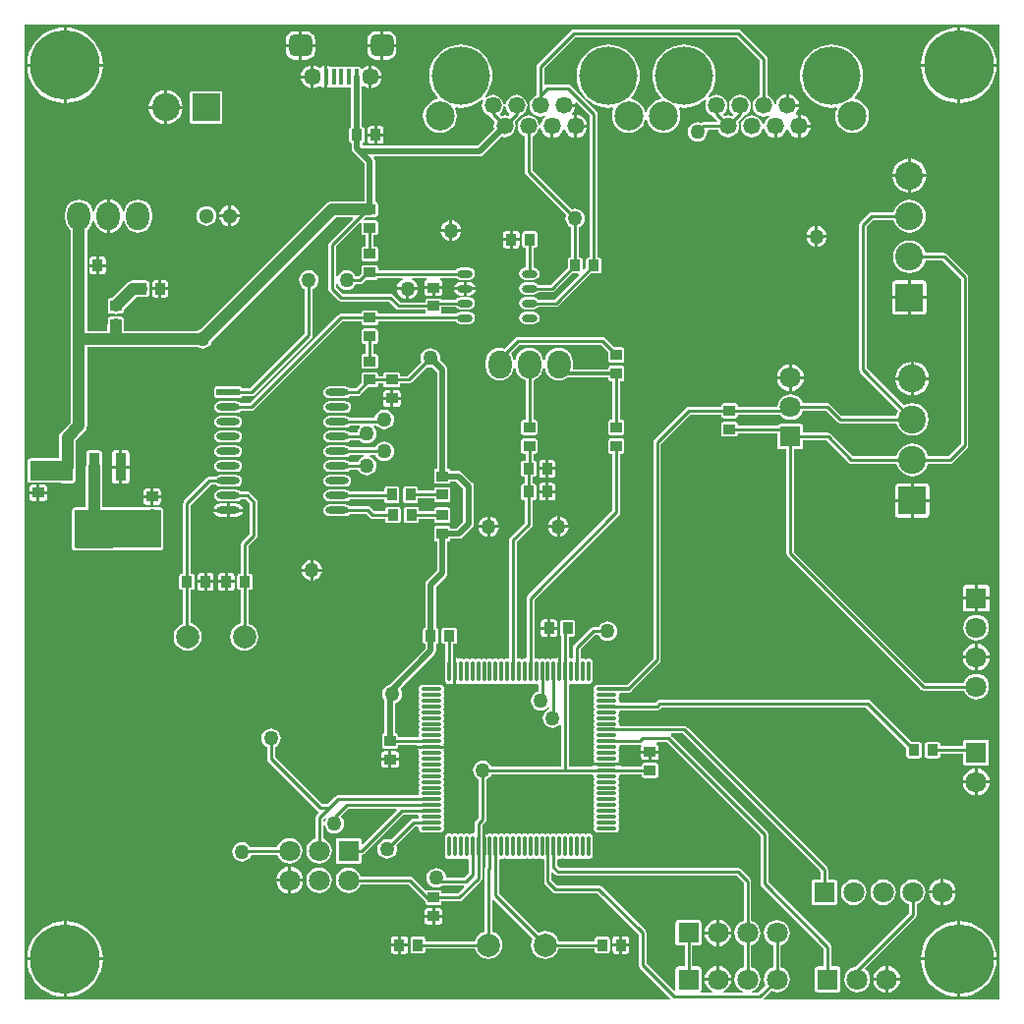
<source format=gtl>
G04 Layer_Physical_Order=1*
G04 Layer_Color=255*
%FSLAX25Y25*%
%MOIN*%
G70*
G01*
G75*
%ADD10R,0.03937X0.03543*%
%ADD11R,0.03740X0.09449*%
%ADD12R,0.12992X0.09449*%
%ADD13R,0.03543X0.03937*%
%ADD14O,0.07087X0.01181*%
%ADD15O,0.01181X0.07087*%
%ADD16O,0.05315X0.02559*%
%ADD17O,0.07874X0.02362*%
%ADD18R,0.07874X0.02362*%
%ADD19R,0.01575X0.05315*%
%ADD20C,0.01000*%
%ADD21C,0.01968*%
%ADD22C,0.03937*%
%ADD23C,0.01181*%
%ADD24R,0.14272X0.06693*%
%ADD25R,0.29232X0.12992*%
%ADD26C,0.07087*%
%ADD27R,0.07087X0.07087*%
%ADD28C,0.07874*%
%ADD29R,0.07087X0.07087*%
%ADD30C,0.23622*%
%ADD31O,0.07874X0.09449*%
%ADD32C,0.05118*%
%ADD33C,0.05709*%
G04:AMPARAMS|DCode=34|XSize=78.74mil|YSize=74.8mil|CornerRadius=18.7mil|HoleSize=0mil|Usage=FLASHONLY|Rotation=0.000|XOffset=0mil|YOffset=0mil|HoleType=Round|Shape=RoundedRectangle|*
%AMROUNDEDRECTD34*
21,1,0.07874,0.03740,0,0,0.0*
21,1,0.04134,0.07480,0,0,0.0*
1,1,0.03740,0.02067,-0.01870*
1,1,0.03740,-0.02067,-0.01870*
1,1,0.03740,-0.02067,0.01870*
1,1,0.03740,0.02067,0.01870*
%
%ADD34ROUNDEDRECTD34*%
%ADD35C,0.09449*%
%ADD36R,0.09449X0.09449*%
%ADD37C,0.09842*%
%ADD38C,0.19803*%
%ADD39C,0.05787*%
%ADD40R,0.09449X0.09449*%
%ADD41C,0.05000*%
G36*
X332677Y1969D02*
X252878D01*
X252671Y2468D01*
X255203Y5000D01*
X256074Y4639D01*
X257205Y4490D01*
X258335Y4639D01*
X259389Y5075D01*
X260293Y5770D01*
X260988Y6674D01*
X261424Y7728D01*
X261573Y8858D01*
X261424Y9989D01*
X260988Y11042D01*
X260293Y11947D01*
X259389Y12641D01*
X258517Y13002D01*
Y20462D01*
X259389Y20823D01*
X260293Y21518D01*
X260988Y22422D01*
X261424Y23476D01*
X261573Y24606D01*
X261424Y25737D01*
X260988Y26790D01*
X260293Y27695D01*
X259389Y28389D01*
X258335Y28826D01*
X257205Y28974D01*
X256074Y28826D01*
X255021Y28389D01*
X254116Y27695D01*
X253422Y26790D01*
X252986Y25737D01*
X252837Y24606D01*
X252986Y23476D01*
X253422Y22422D01*
X254116Y21518D01*
X255021Y20823D01*
X255892Y20462D01*
Y13002D01*
X255021Y12641D01*
X254116Y11947D01*
X253422Y11042D01*
X252986Y9989D01*
X252837Y8858D01*
X252986Y7728D01*
X253346Y6856D01*
X250756Y4265D01*
X248740D01*
X248640Y4765D01*
X249389Y5075D01*
X250293Y5770D01*
X250988Y6674D01*
X251424Y7728D01*
X251573Y8858D01*
X251424Y9989D01*
X250988Y11042D01*
X250293Y11947D01*
X249389Y12641D01*
X248517Y13002D01*
Y20462D01*
X249389Y20823D01*
X250293Y21518D01*
X250988Y22422D01*
X251424Y23476D01*
X251573Y24606D01*
X251424Y25737D01*
X250988Y26790D01*
X250293Y27695D01*
X249389Y28389D01*
X248517Y28750D01*
Y42165D01*
X248417Y42668D01*
X248133Y43093D01*
X245023Y46204D01*
X244597Y46488D01*
X244094Y46588D01*
X183615D01*
X182809Y47394D01*
Y49249D01*
X183309Y49650D01*
X183465Y49619D01*
X184002Y49726D01*
X184449Y50024D01*
X184895Y49726D01*
X185433Y49619D01*
X185971Y49726D01*
X186417Y50024D01*
X186864Y49726D01*
X187402Y49619D01*
X187939Y49726D01*
X188386Y50024D01*
X188832Y49726D01*
X189370Y49619D01*
X189908Y49726D01*
X190354Y50024D01*
X190801Y49726D01*
X191339Y49619D01*
X191876Y49726D01*
X192323Y50024D01*
X192769Y49726D01*
X193307Y49619D01*
X193845Y49726D01*
X194300Y50030D01*
X194605Y50486D01*
X194712Y51024D01*
Y56929D01*
X194605Y57467D01*
X194300Y57923D01*
X193845Y58227D01*
X193307Y58334D01*
X192769Y58227D01*
X192323Y57929D01*
X191876Y58227D01*
X191339Y58334D01*
X190801Y58227D01*
X190354Y57929D01*
X189908Y58227D01*
X189370Y58334D01*
X188832Y58227D01*
X188386Y57929D01*
X187939Y58227D01*
X187402Y58334D01*
X186864Y58227D01*
X186417Y57929D01*
X185971Y58227D01*
X185433Y58334D01*
X184895Y58227D01*
X184449Y57929D01*
X184002Y58227D01*
X183465Y58334D01*
X182927Y58227D01*
X182480Y57929D01*
X182034Y58227D01*
X181496Y58334D01*
X180958Y58227D01*
X180512Y57929D01*
X180065Y58227D01*
X179528Y58334D01*
X178990Y58227D01*
X178543Y57929D01*
X178097Y58227D01*
X177559Y58334D01*
X177021Y58227D01*
X176575Y57929D01*
X176128Y58227D01*
X175591Y58334D01*
X175053Y58227D01*
X174606Y57929D01*
X174160Y58227D01*
X173622Y58334D01*
X173084Y58227D01*
X172638Y57929D01*
X172191Y58227D01*
X171653Y58334D01*
X171116Y58227D01*
X170669Y57929D01*
X170223Y58227D01*
X169685Y58334D01*
X169147Y58227D01*
X168701Y57929D01*
X168254Y58227D01*
X167717Y58334D01*
X167179Y58227D01*
X166732Y57929D01*
X166286Y58227D01*
X165748Y58334D01*
X165210Y58227D01*
X164764Y57929D01*
X164317Y58227D01*
X163779Y58334D01*
X163242Y58227D01*
X162795Y57929D01*
X162349Y58227D01*
X161811Y58334D01*
X161273Y58227D01*
X160827Y57929D01*
X160380Y58227D01*
X159843Y58334D01*
X159305Y58227D01*
X159039Y58049D01*
X159021Y58076D01*
X158495Y58427D01*
X158374Y58451D01*
Y53976D01*
Y49150D01*
X158530Y49023D01*
Y47197D01*
X158426Y47093D01*
X158142Y46668D01*
X158042Y46165D01*
Y25086D01*
X156972Y24643D01*
X155985Y23885D01*
X155228Y22898D01*
X154784Y21828D01*
X138035D01*
Y22484D01*
X137974Y22792D01*
X137800Y23052D01*
X137540Y23226D01*
X137232Y23287D01*
X133689D01*
X133382Y23226D01*
X133121Y23052D01*
X132947Y22792D01*
X132886Y22484D01*
Y18547D01*
X132947Y18240D01*
X133121Y17980D01*
X133382Y17806D01*
X133689Y17744D01*
X137232D01*
X137540Y17806D01*
X137800Y17980D01*
X137974Y18240D01*
X138035Y18547D01*
Y19203D01*
X154784D01*
X155228Y18133D01*
X155985Y17146D01*
X156972Y16389D01*
X158121Y15913D01*
X159354Y15751D01*
X160588Y15913D01*
X161737Y16389D01*
X162724Y17146D01*
X163481Y18133D01*
X163957Y19282D01*
X164120Y20516D01*
X163957Y21749D01*
X163481Y22898D01*
X162724Y23885D01*
X161737Y24643D01*
X160667Y25086D01*
Y35852D01*
X161167Y36059D01*
X174407Y22819D01*
X173964Y21749D01*
X173802Y20516D01*
X173964Y19282D01*
X174440Y18133D01*
X175197Y17146D01*
X176184Y16389D01*
X177334Y15913D01*
X178567Y15751D01*
X179800Y15913D01*
X180949Y16389D01*
X181936Y17146D01*
X182694Y18133D01*
X183137Y19203D01*
X195386D01*
Y18547D01*
X195447Y18240D01*
X195621Y17980D01*
X195882Y17806D01*
X196189Y17744D01*
X199732D01*
X200040Y17806D01*
X200300Y17980D01*
X200474Y18240D01*
X200535Y18547D01*
Y22484D01*
X200474Y22792D01*
X200300Y23052D01*
X200040Y23226D01*
X199732Y23287D01*
X196189D01*
X195882Y23226D01*
X195621Y23052D01*
X195447Y22792D01*
X195386Y22484D01*
Y21828D01*
X183137D01*
X182694Y22898D01*
X181936Y23885D01*
X180949Y24643D01*
X179800Y25119D01*
X178567Y25281D01*
X177334Y25119D01*
X176264Y24675D01*
X163124Y37815D01*
Y49249D01*
X163624Y49650D01*
X163779Y49619D01*
X164317Y49726D01*
X164764Y50024D01*
X165210Y49726D01*
X165748Y49619D01*
X166286Y49726D01*
X166732Y50024D01*
X167179Y49726D01*
X167717Y49619D01*
X168254Y49726D01*
X168701Y50024D01*
X169147Y49726D01*
X169685Y49619D01*
X170223Y49726D01*
X170669Y50024D01*
X171116Y49726D01*
X171653Y49619D01*
X172191Y49726D01*
X172638Y50024D01*
X173084Y49726D01*
X173622Y49619D01*
X174160Y49726D01*
X174606Y50024D01*
X175053Y49726D01*
X175591Y49619D01*
X176128Y49726D01*
X176575Y50024D01*
X177021Y49726D01*
X177559Y49619D01*
X177715Y49650D01*
X178215Y49249D01*
Y41929D01*
X178315Y41427D01*
X178599Y41001D01*
X181158Y38442D01*
X181584Y38157D01*
X182087Y38058D01*
X196307D01*
X210301Y24063D01*
Y13780D01*
X210402Y13277D01*
X210686Y12851D01*
X221069Y2468D01*
X220862Y1969D01*
X1969D01*
Y332677D01*
X332677D01*
Y1969D01*
D02*
G37*
G36*
X182143Y44347D02*
X182569Y44063D01*
X183071Y43963D01*
X243551D01*
X245892Y41622D01*
Y28750D01*
X245021Y28389D01*
X244116Y27695D01*
X243422Y26790D01*
X242986Y25737D01*
X242837Y24606D01*
X242986Y23476D01*
X243422Y22422D01*
X244116Y21518D01*
X245021Y20823D01*
X245892Y20462D01*
Y13002D01*
X245021Y12641D01*
X244116Y11947D01*
X243422Y11042D01*
X242986Y9989D01*
X242837Y8858D01*
X242986Y7728D01*
X243422Y6674D01*
X244116Y5770D01*
X245021Y5075D01*
X245769Y4765D01*
X245670Y4265D01*
X239295D01*
X239196Y4765D01*
X239496Y4890D01*
X240445Y5618D01*
X241173Y6567D01*
X241631Y7672D01*
X241721Y8358D01*
X237205D01*
X232688D01*
X232778Y7672D01*
X233236Y6567D01*
X233964Y5618D01*
X234913Y4890D01*
X235214Y4765D01*
X235114Y4265D01*
X231494D01*
X231349Y4658D01*
X231328Y4765D01*
X231490Y5008D01*
X231551Y5315D01*
Y12402D01*
X231490Y12709D01*
X231316Y12969D01*
X231055Y13143D01*
X230748Y13204D01*
X228517D01*
Y20260D01*
X230748D01*
X231055Y20321D01*
X231316Y20495D01*
X231490Y20756D01*
X231551Y21063D01*
Y28150D01*
X231490Y28457D01*
X231316Y28717D01*
X231055Y28891D01*
X230748Y28952D01*
X223661D01*
X223354Y28891D01*
X223094Y28717D01*
X222920Y28457D01*
X222859Y28150D01*
Y21063D01*
X222920Y20756D01*
X223094Y20495D01*
X223354Y20321D01*
X223661Y20260D01*
X225892D01*
Y13204D01*
X223661D01*
X223354Y13143D01*
X223094Y12969D01*
X222920Y12709D01*
X222859Y12402D01*
Y5315D01*
X222912Y5045D01*
X222890Y5015D01*
X222369Y4881D01*
X212927Y14323D01*
Y24606D01*
X212827Y25109D01*
X212542Y25534D01*
X197779Y40298D01*
X197353Y40583D01*
X196850Y40683D01*
X182630D01*
X180840Y42473D01*
Y44997D01*
X181302Y45188D01*
X182143Y44347D01*
D02*
G37*
%LPC*%
G36*
X102874Y147138D02*
X99910D01*
Y144173D01*
X100323Y144228D01*
X101174Y144581D01*
X101906Y145142D01*
X102467Y145873D01*
X102819Y146724D01*
X102874Y147138D01*
D02*
G37*
G36*
X72244Y146689D02*
X70973D01*
Y144201D01*
X73264D01*
Y145669D01*
X73186Y146060D01*
X72965Y146390D01*
X72634Y146611D01*
X72244Y146689D01*
D02*
G37*
G36*
X69972D02*
X68701D01*
X68311Y146611D01*
X67980Y146390D01*
X67759Y146060D01*
X67681Y145669D01*
Y144201D01*
X69972D01*
Y146689D01*
D02*
G37*
G36*
Y143201D02*
X67681D01*
Y141732D01*
X67759Y141342D01*
X67980Y141011D01*
X68311Y140790D01*
X68701Y140713D01*
X69972D01*
Y143201D01*
D02*
G37*
G36*
X73264D02*
X70973D01*
Y140713D01*
X72244D01*
X72634Y140790D01*
X72965Y141011D01*
X73186Y141342D01*
X73264Y141732D01*
Y143201D01*
D02*
G37*
G36*
X98909Y147138D02*
X95945D01*
X95999Y146724D01*
X96352Y145873D01*
X96913Y145142D01*
X97644Y144581D01*
X98496Y144228D01*
X98909Y144173D01*
Y147138D01*
D02*
G37*
G36*
X27461Y188204D02*
X23720D01*
X23413Y188143D01*
X23153Y187969D01*
X22979Y187709D01*
X22918Y187402D01*
Y183426D01*
X22906Y183397D01*
X22811Y182677D01*
Y168913D01*
X18996D01*
X18689Y168852D01*
X18428Y168678D01*
X18254Y168418D01*
X18193Y168110D01*
Y155118D01*
X18254Y154811D01*
X18428Y154550D01*
X18689Y154376D01*
X18996Y154315D01*
X19094D01*
X19094Y154315D01*
X32087D01*
X32087Y154315D01*
X48228D01*
X48536Y154376D01*
X48796Y154550D01*
X48970Y154811D01*
X49031Y155118D01*
Y168110D01*
X48970Y168418D01*
X48796Y168678D01*
X48536Y168852D01*
X48228Y168913D01*
X46262D01*
X45995Y169024D01*
X45276Y169118D01*
X44556Y169024D01*
X44289Y168913D01*
X28370D01*
Y182677D01*
X28275Y183397D01*
X28264Y183426D01*
Y187402D01*
X28202Y187709D01*
X28028Y187969D01*
X27768Y188143D01*
X27461Y188204D01*
D02*
G37*
G36*
X158949Y161902D02*
X155984D01*
X156039Y161488D01*
X156392Y160636D01*
X156953Y159905D01*
X157684Y159344D01*
X158535Y158992D01*
X158949Y158937D01*
Y161902D01*
D02*
G37*
G36*
X162913D02*
X159949D01*
Y158937D01*
X160363Y158992D01*
X161214Y159344D01*
X161945Y159905D01*
X162506Y160636D01*
X162859Y161488D01*
X162913Y161902D01*
D02*
G37*
G36*
X99910Y151102D02*
Y148138D01*
X102874D01*
X102819Y148551D01*
X102467Y149403D01*
X101906Y150134D01*
X101174Y150695D01*
X100323Y151048D01*
X99910Y151102D01*
D02*
G37*
G36*
X62886Y146689D02*
X61614D01*
X61224Y146611D01*
X60893Y146390D01*
X60672Y146060D01*
X60595Y145669D01*
Y144201D01*
X62886D01*
Y146689D01*
D02*
G37*
G36*
X65158D02*
X63886D01*
Y144201D01*
X66177D01*
Y145669D01*
X66100Y146060D01*
X65878Y146390D01*
X65548Y146611D01*
X65158Y146689D01*
D02*
G37*
G36*
X98909Y151102D02*
X98496Y151048D01*
X97644Y150695D01*
X96913Y150134D01*
X96352Y149403D01*
X95999Y148551D01*
X95945Y148138D01*
X98909D01*
Y151102D01*
D02*
G37*
G36*
X66177Y143201D02*
X63886D01*
Y140713D01*
X65158D01*
X65548Y140790D01*
X65878Y141011D01*
X66100Y141342D01*
X66177Y141732D01*
Y143201D01*
D02*
G37*
G36*
X324803Y132478D02*
X323673Y132329D01*
X322619Y131893D01*
X321714Y131199D01*
X321020Y130294D01*
X320584Y129241D01*
X320435Y128110D01*
X320584Y126980D01*
X321020Y125926D01*
X321714Y125022D01*
X322619Y124327D01*
X323673Y123891D01*
X324803Y123742D01*
X325934Y123891D01*
X326987Y124327D01*
X327892Y125022D01*
X328586Y125926D01*
X329022Y126980D01*
X329171Y128110D01*
X329022Y129241D01*
X328586Y130294D01*
X327892Y131199D01*
X326987Y131893D01*
X325934Y132329D01*
X324803Y132478D01*
D02*
G37*
G36*
X179421Y127453D02*
X177130D01*
Y125984D01*
X177208Y125594D01*
X177429Y125263D01*
X177759Y125042D01*
X178150Y124965D01*
X179421D01*
Y127453D01*
D02*
G37*
G36*
X182712D02*
X180421D01*
Y124965D01*
X181693D01*
X182083Y125042D01*
X182414Y125263D01*
X182635Y125594D01*
X182712Y125984D01*
Y127453D01*
D02*
G37*
G36*
X175197Y192338D02*
X171260D01*
X170953Y192277D01*
X170692Y192103D01*
X170518Y191843D01*
X170457Y191535D01*
Y187992D01*
X170518Y187685D01*
X170692Y187425D01*
X170953Y187250D01*
X171260Y187189D01*
X171916D01*
Y184858D01*
X171260D01*
X170953Y184797D01*
X170692Y184623D01*
X170518Y184362D01*
X170457Y184055D01*
Y180118D01*
X170518Y179811D01*
X170692Y179550D01*
X170953Y179376D01*
X171260Y179315D01*
X171719D01*
Y176984D01*
X171260D01*
X170953Y176923D01*
X170692Y176749D01*
X170518Y176488D01*
X170457Y176181D01*
Y172244D01*
X170518Y171937D01*
X170692Y171676D01*
X170953Y171502D01*
X171260Y171441D01*
X171719D01*
Y163733D01*
X166788Y158802D01*
X166504Y158376D01*
X166404Y157874D01*
Y118152D01*
X165904Y117752D01*
X165748Y117783D01*
X165210Y117676D01*
X164764Y117377D01*
X164317Y117676D01*
X163779Y117783D01*
X163242Y117676D01*
X162795Y117377D01*
X162349Y117676D01*
X161811Y117783D01*
X161273Y117676D01*
X160827Y117377D01*
X160380Y117676D01*
X159843Y117783D01*
X159305Y117676D01*
X158858Y117377D01*
X158412Y117676D01*
X157874Y117783D01*
X157336Y117676D01*
X156890Y117377D01*
X156443Y117676D01*
X155905Y117783D01*
X155368Y117676D01*
X154921Y117377D01*
X154475Y117676D01*
X153937Y117783D01*
X153399Y117676D01*
X152953Y117377D01*
X152506Y117676D01*
X151969Y117783D01*
X151431Y117676D01*
X150984Y117377D01*
X150538Y117676D01*
X150000Y117783D01*
X149462Y117676D01*
X149196Y117498D01*
X149178Y117525D01*
X148652Y117876D01*
X148531Y117900D01*
Y113425D01*
Y108950D01*
X148652Y108974D01*
X149178Y109326D01*
X149196Y109352D01*
X149462Y109175D01*
X150000Y109067D01*
X150538Y109175D01*
X150984Y109473D01*
X151431Y109175D01*
X151969Y109067D01*
X152506Y109175D01*
X152953Y109473D01*
X153399Y109175D01*
X153937Y109067D01*
X154475Y109175D01*
X154921Y109473D01*
X155368Y109175D01*
X155905Y109067D01*
X156443Y109175D01*
X156890Y109473D01*
X157336Y109175D01*
X157874Y109067D01*
X158412Y109175D01*
X158858Y109473D01*
X159305Y109175D01*
X159843Y109067D01*
X160380Y109175D01*
X160827Y109473D01*
X161273Y109175D01*
X161811Y109067D01*
X162349Y109175D01*
X162795Y109473D01*
X163242Y109175D01*
X163779Y109067D01*
X164317Y109175D01*
X164764Y109473D01*
X165210Y109175D01*
X165748Y109067D01*
X166286Y109175D01*
X166732Y109473D01*
X167179Y109175D01*
X167717Y109067D01*
X168254Y109175D01*
X168701Y109473D01*
X169147Y109175D01*
X169685Y109067D01*
X170223Y109175D01*
X170669Y109473D01*
X171116Y109175D01*
X171653Y109067D01*
X172191Y109175D01*
X172638Y109473D01*
X173084Y109175D01*
X173622Y109067D01*
X174160Y109175D01*
X174606Y109473D01*
X175053Y109175D01*
X175591Y109067D01*
X175746Y109098D01*
X176246Y108698D01*
Y106524D01*
X175507Y106218D01*
X174821Y105691D01*
X174294Y105004D01*
X173963Y104205D01*
X173850Y103347D01*
X173963Y102488D01*
X174294Y101689D01*
X174821Y101002D01*
X175507Y100475D01*
X176307Y100144D01*
X177165Y100031D01*
X178024Y100144D01*
X178823Y100475D01*
X179510Y101002D01*
X179673Y101215D01*
X180118Y101064D01*
X180117Y100591D01*
X179445Y100312D01*
X178758Y99786D01*
X178231Y99099D01*
X177900Y98299D01*
X177787Y97441D01*
X177900Y96583D01*
X178231Y95783D01*
X178758Y95096D01*
X179445Y94569D01*
X180244Y94238D01*
X181102Y94125D01*
X181960Y94238D01*
X182760Y94569D01*
X183447Y95096D01*
X183621Y95322D01*
X184121Y95153D01*
Y81076D01*
X160456D01*
X160312Y81422D01*
X159785Y82108D01*
X159099Y82635D01*
X158299Y82967D01*
X157441Y83079D01*
X156583Y82967D01*
X155783Y82635D01*
X155096Y82108D01*
X154569Y81422D01*
X154238Y80622D01*
X154125Y79764D01*
X154238Y78906D01*
X154569Y78106D01*
X155096Y77419D01*
X155783Y76892D01*
X156128Y76749D01*
Y63693D01*
X154977Y62542D01*
X154693Y62116D01*
X154593Y61614D01*
Y58704D01*
X154093Y58303D01*
X153937Y58334D01*
X153399Y58227D01*
X152953Y57929D01*
X152506Y58227D01*
X151969Y58334D01*
X151431Y58227D01*
X150984Y57929D01*
X150538Y58227D01*
X150000Y58334D01*
X149462Y58227D01*
X149016Y57929D01*
X148569Y58227D01*
X148031Y58334D01*
X147494Y58227D01*
X147047Y57929D01*
X146601Y58227D01*
X146063Y58334D01*
X145525Y58227D01*
X145070Y57923D01*
X144765Y57467D01*
X144658Y56929D01*
Y51024D01*
X144765Y50486D01*
X145070Y50030D01*
X145525Y49726D01*
X146063Y49619D01*
X146601Y49726D01*
X147047Y50024D01*
X147494Y49726D01*
X148031Y49619D01*
X148569Y49726D01*
X149016Y50024D01*
X149462Y49726D01*
X150000Y49619D01*
X150538Y49726D01*
X150984Y50024D01*
X151431Y49726D01*
X151969Y49619D01*
X152124Y49650D01*
X152624Y49249D01*
Y44835D01*
X151031Y43242D01*
X145105D01*
X145048Y43307D01*
X144935Y44165D01*
X144604Y44965D01*
X144077Y45652D01*
X143390Y46179D01*
X142590Y46510D01*
X141732Y46623D01*
X140874Y46510D01*
X140074Y46179D01*
X139388Y45652D01*
X138861Y44965D01*
X138530Y44165D01*
X138417Y43307D01*
X138530Y42449D01*
X138861Y41649D01*
X139388Y40962D01*
X140074Y40435D01*
X140874Y40104D01*
X141732Y39991D01*
X142590Y40104D01*
X143390Y40435D01*
X143626Y40617D01*
X150902D01*
X151093Y40155D01*
X148866Y37927D01*
X143519D01*
Y38386D01*
X143458Y38693D01*
X143284Y38954D01*
X143024Y39128D01*
X142717Y39189D01*
X138779D01*
X138472Y39128D01*
X138212Y38954D01*
X138110Y38943D01*
X133684Y43369D01*
X133258Y43654D01*
X132756Y43754D01*
X116112D01*
X115751Y44625D01*
X115057Y45530D01*
X114153Y46224D01*
X113099Y46660D01*
X111969Y46809D01*
X110838Y46660D01*
X109784Y46224D01*
X108880Y45530D01*
X108186Y44625D01*
X107749Y43571D01*
X107600Y42441D01*
X107749Y41310D01*
X108186Y40257D01*
X108880Y39352D01*
X109784Y38658D01*
X110838Y38222D01*
X111969Y38073D01*
X113099Y38222D01*
X114153Y38658D01*
X115057Y39352D01*
X115751Y40257D01*
X116112Y41128D01*
X132212D01*
X137851Y35489D01*
X137977Y35405D01*
Y34843D01*
X138038Y34535D01*
X138212Y34275D01*
X138472Y34101D01*
X138779Y34040D01*
X142717D01*
X143024Y34101D01*
X143284Y34275D01*
X143458Y34535D01*
X143519Y34843D01*
Y35302D01*
X149409D01*
X149912Y35401D01*
X150338Y35686D01*
X156834Y42182D01*
X157118Y42608D01*
X157218Y43110D01*
Y49023D01*
X157374Y49150D01*
Y53976D01*
Y58802D01*
X157218Y58930D01*
Y61071D01*
X158369Y62221D01*
X158654Y62647D01*
X158754Y63150D01*
Y76749D01*
X159099Y76892D01*
X159785Y77419D01*
X160312Y78106D01*
X160456Y78451D01*
X194682D01*
X195083Y77951D01*
X195052Y77795D01*
X195159Y77258D01*
X195457Y76811D01*
X195159Y76364D01*
X195052Y75827D01*
X195159Y75289D01*
X195457Y74843D01*
X195159Y74396D01*
X195052Y73858D01*
X195159Y73321D01*
X195457Y72874D01*
X195159Y72427D01*
X195052Y71890D01*
X195159Y71352D01*
X195457Y70906D01*
X195159Y70459D01*
X195052Y69921D01*
X195159Y69384D01*
X195457Y68937D01*
X195159Y68490D01*
X195052Y67953D01*
X195159Y67415D01*
X195457Y66969D01*
X195159Y66522D01*
X195052Y65984D01*
X195159Y65447D01*
X195457Y65000D01*
X195159Y64553D01*
X195052Y64016D01*
X195159Y63478D01*
X195457Y63032D01*
X195159Y62585D01*
X195052Y62047D01*
X195159Y61510D01*
X195457Y61063D01*
X195159Y60616D01*
X195052Y60079D01*
X195159Y59541D01*
X195463Y59085D01*
X195919Y58781D01*
X196457Y58674D01*
X202362D01*
X202900Y58781D01*
X203356Y59085D01*
X203660Y59541D01*
X203767Y60079D01*
X203660Y60616D01*
X203362Y61063D01*
X203660Y61510D01*
X203767Y62047D01*
X203660Y62585D01*
X203362Y63032D01*
X203660Y63478D01*
X203767Y64016D01*
X203660Y64553D01*
X203362Y65000D01*
X203660Y65447D01*
X203767Y65984D01*
X203660Y66522D01*
X203362Y66969D01*
X203660Y67415D01*
X203767Y67953D01*
X203660Y68490D01*
X203362Y68937D01*
X203660Y69384D01*
X203767Y69921D01*
X203660Y70459D01*
X203362Y70906D01*
X203660Y71352D01*
X203767Y71890D01*
X203660Y72427D01*
X203362Y72874D01*
X203660Y73321D01*
X203767Y73858D01*
X203660Y74396D01*
X203362Y74843D01*
X203660Y75289D01*
X203767Y75827D01*
X203660Y76364D01*
X203362Y76811D01*
X203660Y77258D01*
X203767Y77795D01*
X203736Y77951D01*
X204137Y78451D01*
X211402D01*
Y77953D01*
X211463Y77645D01*
X211637Y77385D01*
X211897Y77211D01*
X212205Y77150D01*
X216142D01*
X216449Y77211D01*
X216709Y77385D01*
X216883Y77645D01*
X216945Y77953D01*
Y81496D01*
X216883Y81803D01*
X216709Y82064D01*
X216449Y82238D01*
X216142Y82299D01*
X212205D01*
X211897Y82238D01*
X211637Y82064D01*
X211463Y81803D01*
X211402Y81496D01*
Y81076D01*
X204363D01*
X204235Y81232D01*
X199409D01*
X194584D01*
X194456Y81076D01*
X186746D01*
Y108698D01*
X187246Y109098D01*
X187402Y109067D01*
X187939Y109175D01*
X188386Y109473D01*
X188832Y109175D01*
X189370Y109067D01*
X189908Y109175D01*
X190354Y109473D01*
X190801Y109175D01*
X191339Y109067D01*
X191876Y109175D01*
X192323Y109473D01*
X192769Y109175D01*
X193307Y109067D01*
X193845Y109175D01*
X194300Y109479D01*
X194605Y109935D01*
X194712Y110473D01*
Y116378D01*
X194605Y116916D01*
X194300Y117371D01*
X193845Y117676D01*
X193307Y117783D01*
X192769Y117676D01*
X192323Y117377D01*
X191876Y117676D01*
X191339Y117783D01*
X191183Y117752D01*
X190683Y118152D01*
Y120913D01*
X195426Y125656D01*
X196789D01*
X196932Y125311D01*
X197459Y124624D01*
X198145Y124097D01*
X198945Y123766D01*
X199803Y123653D01*
X200661Y123766D01*
X201461Y124097D01*
X202148Y124624D01*
X202675Y125311D01*
X203006Y126110D01*
X203119Y126969D01*
X203006Y127827D01*
X202675Y128626D01*
X202148Y129313D01*
X201461Y129840D01*
X200661Y130171D01*
X199803Y130284D01*
X198945Y130171D01*
X198145Y129840D01*
X197459Y129313D01*
X196932Y128626D01*
X196789Y128281D01*
X194882D01*
X194380Y128181D01*
X193954Y127897D01*
X188442Y122385D01*
X188157Y121959D01*
X188057Y121457D01*
Y118152D01*
X187557Y117752D01*
X187402Y117783D01*
X187246Y117752D01*
X186746Y118152D01*
Y125181D01*
X187992D01*
X188299Y125242D01*
X188560Y125417D01*
X188734Y125677D01*
X188795Y125984D01*
Y129921D01*
X188734Y130228D01*
X188560Y130489D01*
X188299Y130663D01*
X187992Y130724D01*
X184449D01*
X184142Y130663D01*
X183881Y130489D01*
X183707Y130228D01*
X183646Y129921D01*
Y125984D01*
X183707Y125677D01*
X183881Y125417D01*
X184121Y125257D01*
Y118379D01*
X183965Y118251D01*
Y113425D01*
X182965D01*
Y117900D01*
X182844Y117876D01*
X182318Y117525D01*
X182300Y117498D01*
X182034Y117676D01*
X181496Y117783D01*
X180958Y117676D01*
X180512Y117377D01*
X180065Y117676D01*
X179528Y117783D01*
X178990Y117676D01*
X178543Y117377D01*
X178097Y117676D01*
X177559Y117783D01*
X177021Y117676D01*
X176575Y117377D01*
X176128Y117676D01*
X175591Y117783D01*
X175435Y117752D01*
X174935Y118152D01*
Y137645D01*
X203684Y166395D01*
X203969Y166821D01*
X204068Y167323D01*
Y187189D01*
X204724D01*
X205032Y187250D01*
X205292Y187424D01*
X205466Y187685D01*
X205527Y187992D01*
Y191535D01*
X205466Y191843D01*
X205292Y192103D01*
X205032Y192277D01*
X204724Y192338D01*
X200787D01*
X200480Y192277D01*
X200220Y192103D01*
X200046Y191843D01*
X199985Y191535D01*
Y187992D01*
X200046Y187685D01*
X200220Y187424D01*
X200480Y187250D01*
X200787Y187189D01*
X201443D01*
Y167867D01*
X172694Y139117D01*
X172409Y138691D01*
X172309Y138189D01*
Y118152D01*
X171809Y117752D01*
X171653Y117783D01*
X171116Y117676D01*
X170669Y117377D01*
X170223Y117676D01*
X169685Y117783D01*
X169529Y117752D01*
X169029Y118152D01*
Y157330D01*
X173960Y162261D01*
X174244Y162687D01*
X174344Y163189D01*
Y171441D01*
X174803D01*
X175110Y171502D01*
X175371Y171676D01*
X175545Y171937D01*
X175606Y172244D01*
Y176181D01*
X175545Y176488D01*
X175371Y176749D01*
X175110Y176923D01*
X174803Y176984D01*
X174344D01*
Y179315D01*
X174803D01*
X175110Y179376D01*
X175371Y179550D01*
X175545Y179811D01*
X175606Y180118D01*
Y184055D01*
X175545Y184362D01*
X175371Y184623D01*
X175110Y184797D01*
X174803Y184858D01*
X174541D01*
Y187189D01*
X175197D01*
X175504Y187250D01*
X175765Y187425D01*
X175939Y187685D01*
X176000Y187992D01*
Y191535D01*
X175939Y191843D01*
X175765Y192103D01*
X175504Y192277D01*
X175197Y192338D01*
D02*
G37*
G36*
X324303Y122627D02*
X323617Y122537D01*
X322512Y122079D01*
X321563Y121351D01*
X320835Y120402D01*
X320377Y119296D01*
X320286Y118610D01*
X324303D01*
Y122627D01*
D02*
G37*
G36*
X325303Y122627D02*
Y118610D01*
X329320D01*
X329229Y119296D01*
X328772Y120402D01*
X328044Y121351D01*
X327094Y122079D01*
X325989Y122537D01*
X325303Y122627D01*
D02*
G37*
G36*
X73819Y174999D02*
X68307D01*
X67539Y174846D01*
X66888Y174411D01*
X66453Y173760D01*
X66300Y172992D01*
X66453Y172224D01*
X66888Y171573D01*
X67539Y171138D01*
X68307Y170985D01*
X73819D01*
X74587Y171138D01*
X75238Y171573D01*
X75309Y171679D01*
X76996D01*
X78412Y170263D01*
Y159993D01*
X75844Y157424D01*
X75559Y156998D01*
X75459Y156496D01*
Y146472D01*
X75000D01*
X74693Y146411D01*
X74432Y146237D01*
X74258Y145976D01*
X74197Y145669D01*
Y141732D01*
X74258Y141425D01*
X74432Y141165D01*
X74693Y140991D01*
X75000Y140929D01*
X75459D01*
Y129623D01*
X75302Y129603D01*
X74153Y129127D01*
X73166Y128369D01*
X72409Y127383D01*
X71933Y126233D01*
X71770Y125000D01*
X71933Y123767D01*
X72409Y122617D01*
X73166Y121631D01*
X74153Y120873D01*
X75302Y120397D01*
X76535Y120235D01*
X77769Y120397D01*
X78918Y120873D01*
X79905Y121631D01*
X80662Y122617D01*
X81138Y123767D01*
X81301Y125000D01*
X81138Y126233D01*
X80662Y127383D01*
X79905Y128369D01*
X78918Y129127D01*
X78084Y129472D01*
Y140929D01*
X78543D01*
X78851Y140991D01*
X79111Y141165D01*
X79285Y141425D01*
X79346Y141732D01*
Y145669D01*
X79285Y145976D01*
X79111Y146237D01*
X78851Y146411D01*
X78543Y146472D01*
X78084D01*
Y155952D01*
X80653Y158521D01*
X80937Y158947D01*
X81037Y159449D01*
Y170807D01*
X80937Y171309D01*
X80653Y171735D01*
X78468Y173920D01*
X78042Y174205D01*
X77539Y174305D01*
X75309D01*
X75238Y174411D01*
X74587Y174846D01*
X73819Y174999D01*
D02*
G37*
G36*
X324303Y142673D02*
X321260D01*
X320870Y142596D01*
X320539Y142375D01*
X320318Y142044D01*
X320240Y141654D01*
Y138610D01*
X324303D01*
Y142673D01*
D02*
G37*
G36*
X328346D02*
X325303D01*
Y138610D01*
X329366D01*
Y141654D01*
X329288Y142044D01*
X329067Y142375D01*
X328737Y142596D01*
X328346Y142673D01*
D02*
G37*
G36*
X62886Y143201D02*
X60595D01*
Y141732D01*
X60672Y141342D01*
X60893Y141011D01*
X61224Y140790D01*
X61614Y140713D01*
X62886D01*
Y143201D01*
D02*
G37*
G36*
X329366Y137610D02*
X325303D01*
Y133547D01*
X328346D01*
X328737Y133625D01*
X329067Y133846D01*
X329288Y134177D01*
X329366Y134567D01*
Y137610D01*
D02*
G37*
G36*
X179421Y130941D02*
X178150D01*
X177759Y130863D01*
X177429Y130642D01*
X177208Y130311D01*
X177130Y129921D01*
Y128453D01*
X179421D01*
Y130941D01*
D02*
G37*
G36*
X181693D02*
X180421D01*
Y128453D01*
X182712D01*
Y129921D01*
X182635Y130311D01*
X182414Y130642D01*
X182083Y130863D01*
X181693Y130941D01*
D02*
G37*
G36*
X324303Y137610D02*
X320240D01*
Y134567D01*
X320318Y134177D01*
X320539Y133846D01*
X320870Y133625D01*
X321260Y133547D01*
X324303D01*
Y137610D01*
D02*
G37*
G36*
X182571Y161902D02*
X179606D01*
X179661Y161488D01*
X180014Y160636D01*
X180575Y159905D01*
X181306Y159344D01*
X182157Y158992D01*
X182571Y158937D01*
Y161902D01*
D02*
G37*
G36*
X178831Y173713D02*
X176540D01*
Y172244D01*
X176617Y171854D01*
X176838Y171523D01*
X177169Y171302D01*
X177559Y171224D01*
X178831D01*
Y173713D01*
D02*
G37*
G36*
X182122D02*
X179831D01*
Y171224D01*
X181102D01*
X181492Y171302D01*
X181823Y171523D01*
X182044Y171854D01*
X182122Y172244D01*
Y173713D01*
D02*
G37*
G36*
X302650Y177004D02*
X298425D01*
X298035Y176926D01*
X297704Y176705D01*
X297483Y176374D01*
X297406Y175984D01*
Y171760D01*
X302650D01*
Y177004D01*
D02*
G37*
G36*
X9681Y173417D02*
X7193D01*
Y171126D01*
X8661D01*
X9052Y171204D01*
X9382Y171425D01*
X9603Y171756D01*
X9681Y172146D01*
Y173417D01*
D02*
G37*
G36*
X48264Y172138D02*
X45776D01*
Y169847D01*
X47244D01*
X47634Y169924D01*
X47965Y170145D01*
X48186Y170476D01*
X48264Y170866D01*
Y172138D01*
D02*
G37*
G36*
X134646Y176000D02*
X131102D01*
X130795Y175939D01*
X130535Y175765D01*
X130361Y175504D01*
X130299Y175197D01*
Y171260D01*
X130361Y170953D01*
X130535Y170692D01*
X130795Y170518D01*
X131102Y170457D01*
X134646D01*
X134953Y170518D01*
X135213Y170692D01*
X135387Y170953D01*
X135449Y171260D01*
Y171916D01*
X140929D01*
Y171457D01*
X140991Y171150D01*
X141165Y170889D01*
X141425Y170715D01*
X141732Y170654D01*
X145669D01*
X145976Y170715D01*
X146237Y170889D01*
X146411Y171150D01*
X146472Y171457D01*
Y175000D01*
X146411Y175307D01*
X146237Y175568D01*
X145976Y175742D01*
X145669Y175803D01*
X141732D01*
X141425Y175742D01*
X141165Y175568D01*
X140991Y175307D01*
X140929Y175000D01*
Y174541D01*
X135449D01*
Y175197D01*
X135387Y175504D01*
X135213Y175765D01*
X134953Y175939D01*
X134646Y176000D01*
D02*
G37*
G36*
X6193Y173417D02*
X3705D01*
Y172146D01*
X3782Y171756D01*
X4003Y171425D01*
X4334Y171204D01*
X4724Y171126D01*
X6193D01*
Y173417D01*
D02*
G37*
G36*
Y176709D02*
X4724D01*
X4334Y176631D01*
X4003Y176410D01*
X3782Y176079D01*
X3705Y175689D01*
Y174417D01*
X6193D01*
Y176709D01*
D02*
G37*
G36*
X8661D02*
X7193D01*
Y174417D01*
X9681D01*
Y175689D01*
X9603Y176079D01*
X9382Y176410D01*
X9052Y176631D01*
X8661Y176709D01*
D02*
G37*
G36*
X178831Y177201D02*
X177559D01*
X177169Y177123D01*
X176838Y176902D01*
X176617Y176571D01*
X176540Y176181D01*
Y174713D01*
X178831D01*
Y177201D01*
D02*
G37*
G36*
X128347Y176000D02*
X124803D01*
X124496Y175939D01*
X124235Y175765D01*
X124061Y175504D01*
X124000Y175197D01*
Y174305D01*
X112317D01*
X112246Y174411D01*
X111595Y174846D01*
X110827Y174999D01*
X105315D01*
X104547Y174846D01*
X103896Y174411D01*
X103461Y173760D01*
X103308Y172992D01*
X103461Y172224D01*
X103896Y171573D01*
X104547Y171138D01*
X105315Y170985D01*
X110827D01*
X111595Y171138D01*
X112246Y171573D01*
X112317Y171679D01*
X124000D01*
Y171260D01*
X124061Y170953D01*
X124235Y170692D01*
X124496Y170518D01*
X124803Y170457D01*
X128347D01*
X128654Y170518D01*
X128914Y170692D01*
X129088Y170953D01*
X129149Y171260D01*
Y175197D01*
X129088Y175504D01*
X128914Y175765D01*
X128654Y175939D01*
X128347Y176000D01*
D02*
G37*
G36*
X307874Y177004D02*
X303650D01*
Y171760D01*
X308894D01*
Y175984D01*
X308816Y176374D01*
X308595Y176705D01*
X308264Y176926D01*
X307874Y177004D01*
D02*
G37*
G36*
X44776Y175429D02*
X43307D01*
X42917Y175351D01*
X42586Y175130D01*
X42365Y174800D01*
X42287Y174409D01*
Y173138D01*
X44776D01*
Y175429D01*
D02*
G37*
G36*
X47244D02*
X45776D01*
Y173138D01*
X48264D01*
Y174409D01*
X48186Y174800D01*
X47965Y175130D01*
X47634Y175351D01*
X47244Y175429D01*
D02*
G37*
G36*
X44776Y172138D02*
X42287D01*
Y170866D01*
X42365Y170476D01*
X42586Y170145D01*
X42917Y169924D01*
X43307Y169847D01*
X44776D01*
Y172138D01*
D02*
G37*
G36*
X182571Y165866D02*
X182157Y165812D01*
X181306Y165459D01*
X180575Y164898D01*
X180014Y164167D01*
X179661Y163315D01*
X179606Y162902D01*
X182571D01*
Y165866D01*
D02*
G37*
G36*
X183571D02*
Y162902D01*
X186535D01*
X186481Y163315D01*
X186128Y164167D01*
X185567Y164898D01*
X184836Y165459D01*
X183984Y165812D01*
X183571Y165866D01*
D02*
G37*
G36*
X110827Y169999D02*
X105315D01*
X104547Y169846D01*
X103896Y169411D01*
X103461Y168760D01*
X103308Y167992D01*
X103461Y167224D01*
X103896Y166573D01*
X104547Y166138D01*
X105315Y165985D01*
X110827D01*
X111595Y166138D01*
X112246Y166573D01*
X112317Y166680D01*
X117882D01*
X119151Y165410D01*
X119576Y165126D01*
X120079Y165026D01*
X124394D01*
Y164370D01*
X124455Y164063D01*
X124629Y163802D01*
X124890Y163628D01*
X125197Y163567D01*
X128740D01*
X129047Y163628D01*
X129308Y163802D01*
X129482Y164063D01*
X129543Y164370D01*
Y168307D01*
X129482Y168614D01*
X129308Y168875D01*
X129047Y169049D01*
X128740Y169110D01*
X125197D01*
X124890Y169049D01*
X124629Y168875D01*
X124455Y168614D01*
X124394Y168307D01*
Y167651D01*
X120622D01*
X119353Y168920D01*
X118928Y169205D01*
X118425Y169305D01*
X112317D01*
X112246Y169411D01*
X111595Y169846D01*
X110827Y169999D01*
D02*
G37*
G36*
X159949Y165866D02*
Y162902D01*
X162913D01*
X162859Y163315D01*
X162506Y164167D01*
X161945Y164898D01*
X161214Y165459D01*
X160363Y165812D01*
X159949Y165866D01*
D02*
G37*
G36*
X186535Y161902D02*
X183571D01*
Y158937D01*
X183984Y158992D01*
X184836Y159344D01*
X185567Y159905D01*
X186128Y160636D01*
X186481Y161488D01*
X186535Y161902D01*
D02*
G37*
G36*
X139665Y222902D02*
X138807Y222789D01*
X138007Y222458D01*
X137321Y221931D01*
X136794Y221245D01*
X136463Y220445D01*
X136350Y219587D01*
X136463Y218728D01*
X136606Y218383D01*
X131740Y213517D01*
X129346D01*
Y213976D01*
X129285Y214284D01*
X129111Y214544D01*
X128850Y214718D01*
X128543Y214779D01*
X124606D01*
X124299Y214718D01*
X124039Y214544D01*
X123865Y214284D01*
X123803Y213976D01*
Y213517D01*
X121866D01*
Y213976D01*
X121805Y214284D01*
X121631Y214544D01*
X121370Y214718D01*
X121063Y214779D01*
X117126D01*
X116819Y214718D01*
X116558Y214544D01*
X116384Y214284D01*
X116323Y213976D01*
Y211290D01*
X114338Y209305D01*
X112317D01*
X112246Y209411D01*
X111595Y209846D01*
X110827Y209999D01*
X105315D01*
X104547Y209846D01*
X103896Y209411D01*
X103461Y208760D01*
X103308Y207992D01*
X103461Y207224D01*
X103896Y206573D01*
X104547Y206138D01*
X105315Y205985D01*
X110827D01*
X111595Y206138D01*
X112246Y206573D01*
X112317Y206680D01*
X114882D01*
X115384Y206779D01*
X115810Y207064D01*
X118376Y209630D01*
X121063D01*
X121370Y209691D01*
X121631Y209865D01*
X121805Y210126D01*
X121866Y210433D01*
Y210892D01*
X123803D01*
Y210433D01*
X123865Y210126D01*
X124039Y209865D01*
X124299Y209691D01*
X124606Y209630D01*
X128543D01*
X128850Y209691D01*
X129111Y209865D01*
X129285Y210126D01*
X129346Y210433D01*
Y210892D01*
X132283D01*
X132786Y210992D01*
X133212Y211277D01*
X138462Y216527D01*
X138807Y216384D01*
X139665Y216271D01*
X140338Y216359D01*
X141894Y214803D01*
Y182102D01*
X141732D01*
X141425Y182041D01*
X141165Y181867D01*
X140991Y181606D01*
X140929Y181299D01*
Y177756D01*
X140991Y177449D01*
X141165Y177188D01*
X141425Y177014D01*
X141732Y176953D01*
X145669D01*
X145976Y177014D01*
X146237Y177188D01*
X146411Y177449D01*
X146465Y177721D01*
X148464D01*
X150753Y175433D01*
Y164134D01*
X148464Y161846D01*
X146465D01*
X146411Y162118D01*
X146237Y162379D01*
X145976Y162553D01*
X145669Y162614D01*
X141732D01*
X141425Y162553D01*
X141165Y162379D01*
X140991Y162118D01*
X140929Y161811D01*
Y158268D01*
X140991Y157960D01*
X141165Y157700D01*
X141425Y157526D01*
X141732Y157465D01*
X141894D01*
Y147402D01*
X138487Y143994D01*
X138095Y143408D01*
X137957Y142717D01*
Y128158D01*
X137685Y128104D01*
X137425Y127930D01*
X137250Y127669D01*
X137189Y127362D01*
Y123425D01*
X137250Y123118D01*
X137425Y122857D01*
X137685Y122684D01*
X137957Y122629D01*
Y121024D01*
X125698Y108765D01*
X125015Y108482D01*
X124329Y107955D01*
X123802Y107268D01*
X123470Y106468D01*
X123357Y105610D01*
X123470Y104752D01*
X123802Y103952D01*
X124178Y103462D01*
Y92338D01*
X124016D01*
X123708Y92277D01*
X123448Y92103D01*
X123274Y91843D01*
X123213Y91535D01*
Y87992D01*
X123274Y87685D01*
X123448Y87424D01*
X123708Y87250D01*
X124016Y87189D01*
X127953D01*
X128260Y87250D01*
X128520Y87424D01*
X128694Y87685D01*
X128756Y87992D01*
Y88294D01*
X135007D01*
X135135Y88138D01*
X139961D01*
X144436D01*
X144412Y88258D01*
X144060Y88784D01*
X144033Y88802D01*
X144211Y89069D01*
X144318Y89606D01*
X144211Y90144D01*
X143913Y90591D01*
X144211Y91037D01*
X144318Y91575D01*
X144211Y92112D01*
X143913Y92559D01*
X144211Y93006D01*
X144318Y93543D01*
X144211Y94081D01*
X143913Y94528D01*
X144211Y94974D01*
X144318Y95512D01*
X144211Y96049D01*
X143913Y96496D01*
X144211Y96943D01*
X144318Y97480D01*
X144211Y98018D01*
X143913Y98465D01*
X144211Y98911D01*
X144318Y99449D01*
X144211Y99986D01*
X143913Y100433D01*
X144211Y100880D01*
X144318Y101417D01*
X144211Y101955D01*
X143913Y102402D01*
X144211Y102848D01*
X144318Y103386D01*
X144211Y103923D01*
X143913Y104370D01*
X144211Y104817D01*
X144318Y105354D01*
X144211Y105892D01*
X143913Y106339D01*
X144211Y106785D01*
X144318Y107323D01*
X144211Y107861D01*
X143907Y108316D01*
X143451Y108621D01*
X142913Y108728D01*
X137008D01*
X136470Y108621D01*
X136014Y108316D01*
X135710Y107861D01*
X135603Y107323D01*
X135710Y106785D01*
X136008Y106339D01*
X135710Y105892D01*
X135603Y105354D01*
X135710Y104817D01*
X136008Y104370D01*
X135710Y103923D01*
X135603Y103386D01*
X135710Y102848D01*
X136008Y102402D01*
X135710Y101955D01*
X135603Y101417D01*
X135710Y100880D01*
X136008Y100433D01*
X135710Y99986D01*
X135603Y99449D01*
X135710Y98911D01*
X136008Y98465D01*
X135710Y98018D01*
X135603Y97480D01*
X135710Y96943D01*
X136008Y96496D01*
X135710Y96049D01*
X135603Y95512D01*
X135710Y94974D01*
X136008Y94528D01*
X135710Y94081D01*
X135603Y93543D01*
X135710Y93006D01*
X136008Y92559D01*
X135710Y92112D01*
X135603Y91575D01*
X135634Y91419D01*
X135233Y90919D01*
X128756D01*
Y91535D01*
X128694Y91843D01*
X128520Y92103D01*
X128260Y92277D01*
X127953Y92338D01*
X127791D01*
Y102515D01*
X128331Y102739D01*
X129018Y103266D01*
X129545Y103952D01*
X129876Y104752D01*
X129989Y105610D01*
X129876Y106468D01*
X129545Y107268D01*
X129443Y107401D01*
X141041Y118998D01*
X141433Y119584D01*
X141570Y120276D01*
Y122629D01*
X141843Y122684D01*
X142103Y122857D01*
X142277Y123118D01*
X142338Y123425D01*
Y127362D01*
X142277Y127669D01*
X142103Y127930D01*
X141843Y128104D01*
X141570Y128158D01*
Y141968D01*
X144978Y145376D01*
X145370Y145962D01*
X145507Y146653D01*
Y157465D01*
X145669D01*
X145976Y157526D01*
X146237Y157700D01*
X146411Y157960D01*
X146465Y158233D01*
X149213D01*
X149904Y158370D01*
X150490Y158762D01*
X153836Y162109D01*
X154228Y162695D01*
X154365Y163386D01*
Y176181D01*
X154228Y176872D01*
X153836Y177458D01*
X150490Y180805D01*
X149904Y181196D01*
X149213Y181334D01*
X146465D01*
X146411Y181606D01*
X146237Y181867D01*
X145976Y182041D01*
X145669Y182102D01*
X145507D01*
Y215551D01*
X145370Y216242D01*
X144978Y216828D01*
X142893Y218914D01*
X142981Y219587D01*
X142868Y220445D01*
X142537Y221245D01*
X142010Y221931D01*
X141323Y222458D01*
X140524Y222789D01*
X139665Y222902D01*
D02*
G37*
G36*
X158949Y165866D02*
X158535Y165812D01*
X157684Y165459D01*
X156953Y164898D01*
X156392Y164167D01*
X156039Y163315D01*
X155984Y162902D01*
X158949D01*
Y165866D01*
D02*
G37*
G36*
X75943Y167492D02*
X71563D01*
Y165768D01*
X73819D01*
X74670Y165938D01*
X75391Y166420D01*
X75874Y167141D01*
X75943Y167492D01*
D02*
G37*
G36*
X70563Y170216D02*
X68307D01*
X67456Y170047D01*
X66735Y169565D01*
X66252Y168843D01*
X66183Y168492D01*
X70563D01*
Y170216D01*
D02*
G37*
G36*
X73819D02*
X71563D01*
Y168492D01*
X75943D01*
X75874Y168843D01*
X75391Y169565D01*
X74670Y170047D01*
X73819Y170216D01*
D02*
G37*
G36*
X70563Y167492D02*
X66183D01*
X66252Y167141D01*
X66735Y166420D01*
X67456Y165938D01*
X68307Y165768D01*
X70563D01*
Y167492D01*
D02*
G37*
G36*
X135039Y169110D02*
X131496D01*
X131189Y169049D01*
X130928Y168875D01*
X130754Y168614D01*
X130693Y168307D01*
Y164370D01*
X130754Y164063D01*
X130928Y163802D01*
X131189Y163628D01*
X131496Y163567D01*
X135039D01*
X135347Y163628D01*
X135607Y163802D01*
X135781Y164063D01*
X135842Y164370D01*
Y165026D01*
X140929D01*
Y164567D01*
X140991Y164260D01*
X141165Y163999D01*
X141425Y163825D01*
X141732Y163764D01*
X145669D01*
X145976Y163825D01*
X146237Y163999D01*
X146411Y164260D01*
X146472Y164567D01*
Y168110D01*
X146411Y168418D01*
X146237Y168678D01*
X145976Y168852D01*
X145669Y168913D01*
X141732D01*
X141425Y168852D01*
X141165Y168678D01*
X140991Y168418D01*
X140929Y168110D01*
Y167651D01*
X135842D01*
Y168307D01*
X135781Y168614D01*
X135607Y168875D01*
X135347Y169049D01*
X135039Y169110D01*
D02*
G37*
G36*
X302650Y170760D02*
X297406D01*
Y166535D01*
X297483Y166145D01*
X297704Y165814D01*
X298035Y165594D01*
X298425Y165516D01*
X302650D01*
Y170760D01*
D02*
G37*
G36*
X308894D02*
X303650D01*
Y165516D01*
X307874D01*
X308264Y165594D01*
X308595Y165814D01*
X308816Y166145D01*
X308894Y166535D01*
Y170760D01*
D02*
G37*
G36*
X128661Y23504D02*
X127390D01*
X127000Y23426D01*
X126669Y23205D01*
X126448Y22874D01*
X126370Y22484D01*
Y21016D01*
X128661D01*
Y23504D01*
D02*
G37*
G36*
X207051Y20016D02*
X204760D01*
Y17528D01*
X206031D01*
X206422Y17605D01*
X206752Y17826D01*
X206974Y18157D01*
X207051Y18547D01*
Y20016D01*
D02*
G37*
G36*
X128661Y20016D02*
X126370D01*
Y18547D01*
X126448Y18157D01*
X126669Y17826D01*
X127000Y17605D01*
X127390Y17528D01*
X128661D01*
Y20016D01*
D02*
G37*
G36*
X131953D02*
X129661D01*
Y17528D01*
X130933D01*
X131323Y17605D01*
X131654Y17826D01*
X131875Y18157D01*
X131953Y18547D01*
Y20016D01*
D02*
G37*
G36*
X203760Y20016D02*
X201469D01*
Y18547D01*
X201546Y18157D01*
X201767Y17826D01*
X202098Y17605D01*
X202488Y17528D01*
X203760D01*
Y20016D01*
D02*
G37*
G36*
X140248Y29815D02*
X137760D01*
Y28543D01*
X137838Y28153D01*
X138059Y27822D01*
X138389Y27601D01*
X138779Y27524D01*
X140248D01*
Y29815D01*
D02*
G37*
G36*
X143736D02*
X141248D01*
Y27524D01*
X142717D01*
X143107Y27601D01*
X143438Y27822D01*
X143658Y28153D01*
X143736Y28543D01*
Y29815D01*
D02*
G37*
G36*
X130933Y23504D02*
X129661D01*
Y21016D01*
X131953D01*
Y22484D01*
X131875Y22874D01*
X131654Y23205D01*
X131323Y23426D01*
X130933Y23504D01*
D02*
G37*
G36*
X203760D02*
X202488D01*
X202098Y23426D01*
X201767Y23205D01*
X201546Y22874D01*
X201469Y22484D01*
Y21016D01*
X203760D01*
Y23504D01*
D02*
G37*
G36*
X206031D02*
X204760D01*
Y21016D01*
X207051D01*
Y22484D01*
X206974Y22874D01*
X206752Y23205D01*
X206422Y23426D01*
X206031Y23504D01*
D02*
G37*
G36*
X319398Y28559D02*
Y16248D01*
X331709D01*
X331590Y17758D01*
X331119Y19719D01*
X330348Y21582D01*
X329294Y23301D01*
X327984Y24835D01*
X326451Y26144D01*
X324732Y27198D01*
X322869Y27970D01*
X320908Y28440D01*
X319398Y28559D01*
D02*
G37*
G36*
X293949Y8358D02*
X289932D01*
X290022Y7672D01*
X290480Y6567D01*
X291209Y5618D01*
X292158Y4890D01*
X293263Y4432D01*
X293949Y4342D01*
Y8358D01*
D02*
G37*
G36*
X298966D02*
X294949D01*
Y4342D01*
X295635Y4432D01*
X296740Y4890D01*
X297689Y5618D01*
X298417Y6567D01*
X298875Y7672D01*
X298966Y8358D01*
D02*
G37*
G36*
X303307Y42754D02*
X302176Y42605D01*
X301123Y42169D01*
X300218Y41475D01*
X299524Y40570D01*
X299088Y39516D01*
X298939Y38386D01*
X299088Y37255D01*
X299524Y36202D01*
X300218Y35297D01*
X301123Y34603D01*
X301994Y34242D01*
Y31213D01*
X283941Y13160D01*
X283318Y13078D01*
X282265Y12641D01*
X281360Y11947D01*
X280666Y11042D01*
X280230Y9989D01*
X280081Y8858D01*
X280230Y7728D01*
X280666Y6674D01*
X281360Y5770D01*
X282265Y5075D01*
X283318Y4639D01*
X284449Y4490D01*
X285579Y4639D01*
X286633Y5075D01*
X287538Y5770D01*
X288232Y6674D01*
X288668Y7728D01*
X288817Y8858D01*
X288668Y9989D01*
X288232Y11042D01*
X287538Y11947D01*
X287218Y12192D01*
X287185Y12691D01*
X304235Y29741D01*
X304520Y30167D01*
X304620Y30669D01*
Y34242D01*
X305491Y34603D01*
X306396Y35297D01*
X307090Y36202D01*
X307526Y37255D01*
X307675Y38386D01*
X307526Y39516D01*
X307090Y40570D01*
X306396Y41475D01*
X305491Y42169D01*
X304438Y42605D01*
X303307Y42754D01*
D02*
G37*
G36*
X331709Y15248D02*
X319398D01*
Y2937D01*
X320908Y3056D01*
X322869Y3526D01*
X324732Y4298D01*
X326451Y5352D01*
X327984Y6661D01*
X329294Y8195D01*
X330348Y9914D01*
X331119Y11777D01*
X331590Y13738D01*
X331709Y15248D01*
D02*
G37*
G36*
X15248D02*
X2937D01*
X3056Y13738D01*
X3526Y11777D01*
X4298Y9914D01*
X5352Y8195D01*
X6661Y6661D01*
X8195Y5352D01*
X9914Y4298D01*
X11777Y3526D01*
X13738Y3056D01*
X15248Y2937D01*
Y15248D01*
D02*
G37*
G36*
X28559D02*
X16248D01*
Y2937D01*
X17758Y3056D01*
X19719Y3526D01*
X21582Y4298D01*
X23301Y5352D01*
X24835Y6661D01*
X26144Y8195D01*
X27198Y9914D01*
X27970Y11777D01*
X28440Y13738D01*
X28559Y15248D01*
D02*
G37*
G36*
X318398D02*
X306086D01*
X306205Y13738D01*
X306676Y11777D01*
X307448Y9914D01*
X308501Y8195D01*
X309811Y6661D01*
X311344Y5352D01*
X313064Y4298D01*
X314927Y3526D01*
X316887Y3056D01*
X318398Y2937D01*
Y15248D01*
D02*
G37*
G36*
X15248Y28559D02*
X13738Y28440D01*
X11777Y27970D01*
X9914Y27198D01*
X8195Y26144D01*
X6661Y24835D01*
X5352Y23301D01*
X4298Y21582D01*
X3526Y19719D01*
X3056Y17758D01*
X2937Y16248D01*
X15248D01*
Y28559D01*
D02*
G37*
G36*
X16248D02*
Y16248D01*
X28559D01*
X28440Y17758D01*
X27970Y19719D01*
X27198Y21582D01*
X26144Y23301D01*
X24835Y24835D01*
X23301Y26144D01*
X21582Y27198D01*
X19719Y27970D01*
X17758Y28440D01*
X16248Y28559D01*
D02*
G37*
G36*
X318398D02*
X316887Y28440D01*
X314927Y27970D01*
X313064Y27198D01*
X311344Y26144D01*
X309811Y24835D01*
X308501Y23301D01*
X307448Y21582D01*
X306676Y19719D01*
X306205Y17758D01*
X306086Y16248D01*
X318398D01*
Y28559D01*
D02*
G37*
G36*
X294949Y13375D02*
Y9358D01*
X298966D01*
X298875Y10044D01*
X298417Y11150D01*
X297689Y12099D01*
X296740Y12827D01*
X295635Y13285D01*
X294949Y13375D01*
D02*
G37*
G36*
X293949D02*
X293263Y13285D01*
X292158Y12827D01*
X291209Y12099D01*
X290480Y11150D01*
X290022Y10044D01*
X289932Y9358D01*
X293949D01*
Y13375D01*
D02*
G37*
G36*
X125484Y82965D02*
X122996D01*
Y81693D01*
X123074Y81303D01*
X123295Y80972D01*
X123626Y80751D01*
X124016Y80673D01*
X125484D01*
Y82965D01*
D02*
G37*
G36*
X128972D02*
X126484D01*
Y80673D01*
X127953D01*
X128343Y80751D01*
X128674Y80972D01*
X128895Y81303D01*
X128972Y81693D01*
Y82965D01*
D02*
G37*
G36*
X213673Y85524D02*
X211185D01*
Y84252D01*
X211263Y83862D01*
X211484Y83531D01*
X211815Y83310D01*
X212205Y83232D01*
X213673D01*
Y85524D01*
D02*
G37*
G36*
X325303Y80304D02*
Y76287D01*
X329320D01*
X329229Y76973D01*
X328772Y78079D01*
X328044Y79028D01*
X327094Y79756D01*
X325989Y80214D01*
X325303Y80304D01*
D02*
G37*
G36*
X329320Y75287D02*
X325303D01*
Y71271D01*
X325989Y71361D01*
X327094Y71819D01*
X328044Y72547D01*
X328772Y73496D01*
X329229Y74601D01*
X329320Y75287D01*
D02*
G37*
G36*
X324303D02*
X320286D01*
X320377Y74601D01*
X320835Y73496D01*
X321563Y72547D01*
X322512Y71819D01*
X323617Y71361D01*
X324303Y71271D01*
Y75287D01*
D02*
G37*
G36*
Y80304D02*
X323617Y80214D01*
X322512Y79756D01*
X321563Y79028D01*
X320835Y78079D01*
X320377Y76973D01*
X320286Y76287D01*
X324303D01*
Y80304D01*
D02*
G37*
G36*
X147835Y128165D02*
X144291D01*
X143984Y128104D01*
X143724Y127930D01*
X143550Y127669D01*
X143489Y127362D01*
Y123425D01*
X143550Y123118D01*
X143724Y122857D01*
X143984Y122684D01*
X144291Y122622D01*
X144750D01*
Y116842D01*
X144658Y116378D01*
Y110473D01*
X144765Y109935D01*
X145070Y109479D01*
X145525Y109175D01*
X146063Y109067D01*
X146601Y109175D01*
X146867Y109352D01*
X146885Y109326D01*
X147411Y108974D01*
X147531Y108950D01*
Y113425D01*
Y118251D01*
X147376Y118379D01*
Y122622D01*
X147835D01*
X148142Y122684D01*
X148402Y122857D01*
X148576Y123118D01*
X148637Y123425D01*
Y127362D01*
X148576Y127669D01*
X148402Y127930D01*
X148142Y128104D01*
X147835Y128165D01*
D02*
G37*
G36*
X329320Y117610D02*
X325303D01*
Y113594D01*
X325989Y113684D01*
X327094Y114142D01*
X328044Y114870D01*
X328772Y115819D01*
X329229Y116924D01*
X329320Y117610D01*
D02*
G37*
G36*
X324303D02*
X320286D01*
X320377Y116924D01*
X320835Y115819D01*
X321563Y114870D01*
X322512Y114142D01*
X323617Y113684D01*
X324303Y113594D01*
Y117610D01*
D02*
G37*
G36*
X328346Y90134D02*
X321260D01*
X320953Y90072D01*
X320692Y89898D01*
X320518Y89638D01*
X320457Y89331D01*
Y87927D01*
X312614D01*
Y88583D01*
X312553Y88890D01*
X312379Y89150D01*
X312118Y89324D01*
X311811Y89385D01*
X308268D01*
X307961Y89324D01*
X307700Y89150D01*
X307526Y88890D01*
X307465Y88583D01*
Y84646D01*
X307526Y84338D01*
X307700Y84078D01*
X307961Y83904D01*
X308268Y83843D01*
X311811D01*
X312118Y83904D01*
X312379Y84078D01*
X312553Y84338D01*
X312614Y84646D01*
Y85302D01*
X320457D01*
Y82244D01*
X320518Y81937D01*
X320692Y81676D01*
X320953Y81502D01*
X321260Y81441D01*
X328346D01*
X328654Y81502D01*
X328914Y81676D01*
X329088Y81937D01*
X329149Y82244D01*
Y89331D01*
X329088Y89638D01*
X328914Y89898D01*
X328654Y90072D01*
X328346Y90134D01*
D02*
G37*
G36*
X217161Y85524D02*
X214673D01*
Y83232D01*
X216142D01*
X216532Y83310D01*
X216863Y83531D01*
X217084Y83862D01*
X217161Y84252D01*
Y85524D01*
D02*
G37*
G36*
X125484Y86256D02*
X124016D01*
X123626Y86178D01*
X123295Y85957D01*
X123074Y85626D01*
X122996Y85236D01*
Y83965D01*
X125484D01*
Y86256D01*
D02*
G37*
G36*
X127953D02*
X126484D01*
Y83965D01*
X128972D01*
Y85236D01*
X128895Y85626D01*
X128674Y85957D01*
X128343Y86178D01*
X127953Y86256D01*
D02*
G37*
G36*
X85630Y93867D02*
X84772Y93754D01*
X83972Y93423D01*
X83285Y92896D01*
X82758Y92209D01*
X82427Y91409D01*
X82314Y90551D01*
X82427Y89693D01*
X82758Y88893D01*
X83285Y88207D01*
X83972Y87680D01*
X84317Y87537D01*
Y83661D01*
X84417Y83159D01*
X84702Y82733D01*
X101434Y66001D01*
X101667Y65845D01*
X101789Y65259D01*
X101040Y64511D01*
X100756Y64085D01*
X100656Y63583D01*
Y56585D01*
X99784Y56224D01*
X98880Y55530D01*
X98186Y54625D01*
X97749Y53571D01*
X97600Y52441D01*
X97749Y51310D01*
X98186Y50257D01*
X98880Y49352D01*
X99784Y48658D01*
X100838Y48222D01*
X101969Y48073D01*
X103099Y48222D01*
X104153Y48658D01*
X105057Y49352D01*
X105751Y50257D01*
X106188Y51310D01*
X106337Y52441D01*
X106188Y53571D01*
X105751Y54625D01*
X105057Y55530D01*
X104153Y56224D01*
X103281Y56585D01*
Y63039D01*
X103897Y63655D01*
X104298Y63367D01*
X103966Y62567D01*
X103853Y61709D01*
X103966Y60851D01*
X104298Y60051D01*
X104825Y59364D01*
X105511Y58837D01*
X106311Y58506D01*
X107169Y58393D01*
X108028Y58506D01*
X108827Y58837D01*
X109514Y59364D01*
X110041Y60051D01*
X110372Y60851D01*
X110485Y61709D01*
X110372Y62567D01*
X110041Y63367D01*
X109514Y64053D01*
X109496Y64332D01*
X111803Y66640D01*
X128107D01*
X128298Y66178D01*
X116777Y54656D01*
X116315Y54848D01*
Y55984D01*
X116253Y56292D01*
X116079Y56552D01*
X115819Y56726D01*
X115512Y56787D01*
X108425D01*
X108118Y56726D01*
X107858Y56552D01*
X107684Y56292D01*
X107622Y55984D01*
Y48898D01*
X107684Y48590D01*
X107858Y48330D01*
X108118Y48156D01*
X108425Y48095D01*
X115512D01*
X115819Y48156D01*
X116079Y48330D01*
X116253Y48590D01*
X116315Y48898D01*
Y51128D01*
X116417D01*
X116920Y51228D01*
X117345Y51513D01*
X130504Y64672D01*
X135233D01*
X135634Y64172D01*
X135603Y64016D01*
X135634Y63860D01*
X135233Y63360D01*
X133898D01*
X133395Y63260D01*
X132969Y62975D01*
X126203Y56209D01*
X125858Y56352D01*
X125000Y56465D01*
X124142Y56352D01*
X123342Y56021D01*
X122655Y55494D01*
X122128Y54808D01*
X121797Y54008D01*
X121684Y53150D01*
X121797Y52291D01*
X122128Y51492D01*
X122655Y50805D01*
X123342Y50278D01*
X124142Y49947D01*
X125000Y49834D01*
X125858Y49947D01*
X126658Y50278D01*
X127345Y50805D01*
X127872Y51492D01*
X128203Y52291D01*
X128316Y53150D01*
X128203Y54008D01*
X128060Y54353D01*
X134441Y60735D01*
X135233D01*
X135634Y60235D01*
X135603Y60079D01*
X135710Y59541D01*
X136014Y59085D01*
X136470Y58781D01*
X137008Y58674D01*
X142913D01*
X143451Y58781D01*
X143907Y59085D01*
X144211Y59541D01*
X144318Y60079D01*
X144211Y60616D01*
X143913Y61063D01*
X144211Y61510D01*
X144318Y62047D01*
X144211Y62585D01*
X143913Y63032D01*
X144211Y63478D01*
X144318Y64016D01*
X144211Y64553D01*
X143913Y65000D01*
X144211Y65447D01*
X144318Y65984D01*
X144211Y66522D01*
X143913Y66969D01*
X144211Y67415D01*
X144318Y67953D01*
X144211Y68490D01*
X143913Y68937D01*
X144211Y69384D01*
X144318Y69921D01*
X144211Y70459D01*
X143913Y70906D01*
X144211Y71352D01*
X144318Y71890D01*
X144211Y72427D01*
X143913Y72874D01*
X144211Y73321D01*
X144318Y73858D01*
X144211Y74396D01*
X143913Y74843D01*
X144211Y75289D01*
X144318Y75827D01*
X144211Y76364D01*
X143913Y76811D01*
X144211Y77258D01*
X144318Y77795D01*
X144211Y78333D01*
X143913Y78780D01*
X144211Y79226D01*
X144318Y79764D01*
X144211Y80301D01*
X143913Y80748D01*
X144211Y81195D01*
X144318Y81732D01*
X144211Y82270D01*
X143913Y82717D01*
X144211Y83163D01*
X144318Y83701D01*
X144211Y84238D01*
X143913Y84685D01*
X144211Y85132D01*
X144318Y85669D01*
X144211Y86207D01*
X144033Y86473D01*
X144060Y86491D01*
X144412Y87017D01*
X144436Y87138D01*
X139961D01*
X135486D01*
X135510Y87017D01*
X135861Y86491D01*
X135888Y86473D01*
X135710Y86207D01*
X135603Y85669D01*
X135710Y85132D01*
X136008Y84685D01*
X135710Y84238D01*
X135603Y83701D01*
X135710Y83163D01*
X136008Y82717D01*
X135710Y82270D01*
X135603Y81732D01*
X135710Y81195D01*
X136008Y80748D01*
X135710Y80301D01*
X135603Y79764D01*
X135710Y79226D01*
X136008Y78780D01*
X135710Y78333D01*
X135603Y77795D01*
X135710Y77258D01*
X136008Y76811D01*
X135710Y76364D01*
X135603Y75827D01*
X135710Y75289D01*
X136008Y74843D01*
X135710Y74396D01*
X135603Y73858D01*
X135710Y73321D01*
X136008Y72874D01*
X135710Y72427D01*
X135603Y71890D01*
X135634Y71734D01*
X135233Y71234D01*
X108307D01*
X107805Y71134D01*
X107379Y70849D01*
X104771Y68242D01*
X102906D01*
X86942Y84205D01*
Y87537D01*
X87288Y87680D01*
X87975Y88207D01*
X88502Y88893D01*
X88833Y89693D01*
X88946Y90551D01*
X88833Y91409D01*
X88502Y92209D01*
X87975Y92896D01*
X87288Y93423D01*
X86488Y93754D01*
X85630Y93867D01*
D02*
G37*
G36*
X283307Y42754D02*
X282176Y42605D01*
X281123Y42169D01*
X280218Y41475D01*
X279524Y40570D01*
X279088Y39516D01*
X278939Y38386D01*
X279088Y37255D01*
X279524Y36202D01*
X280218Y35297D01*
X281123Y34603D01*
X282176Y34167D01*
X283307Y34018D01*
X284438Y34167D01*
X285491Y34603D01*
X286396Y35297D01*
X287090Y36202D01*
X287526Y37255D01*
X287675Y38386D01*
X287526Y39516D01*
X287090Y40570D01*
X286396Y41475D01*
X285491Y42169D01*
X284438Y42605D01*
X283307Y42754D01*
D02*
G37*
G36*
X293307D02*
X292177Y42605D01*
X291123Y42169D01*
X290218Y41475D01*
X289524Y40570D01*
X289088Y39516D01*
X288939Y38386D01*
X289088Y37255D01*
X289524Y36202D01*
X290218Y35297D01*
X291123Y34603D01*
X292177Y34167D01*
X293307Y34018D01*
X294438Y34167D01*
X295491Y34603D01*
X296396Y35297D01*
X297090Y36202D01*
X297526Y37255D01*
X297675Y38386D01*
X297526Y39516D01*
X297090Y40570D01*
X296396Y41475D01*
X295491Y42169D01*
X294438Y42605D01*
X293307Y42754D01*
D02*
G37*
G36*
X96485Y41941D02*
X92469D01*
Y37924D01*
X93155Y38015D01*
X94260Y38472D01*
X95209Y39201D01*
X95937Y40150D01*
X96395Y41255D01*
X96485Y41941D01*
D02*
G37*
G36*
X317824Y37886D02*
X313807D01*
Y33869D01*
X314493Y33959D01*
X315598Y34417D01*
X316547Y35146D01*
X317276Y36095D01*
X317733Y37200D01*
X317824Y37886D01*
D02*
G37*
G36*
X140248Y33106D02*
X138779D01*
X138389Y33029D01*
X138059Y32808D01*
X137838Y32477D01*
X137760Y32087D01*
Y30815D01*
X140248D01*
Y33106D01*
D02*
G37*
G36*
X142717D02*
X141248D01*
Y30815D01*
X143736D01*
Y32087D01*
X143658Y32477D01*
X143438Y32808D01*
X143107Y33029D01*
X142717Y33106D01*
D02*
G37*
G36*
X312807Y37886D02*
X308790D01*
X308881Y37200D01*
X309338Y36095D01*
X310067Y35146D01*
X311016Y34417D01*
X312121Y33959D01*
X312807Y33869D01*
Y37886D01*
D02*
G37*
G36*
X91469Y46958D02*
X90782Y46867D01*
X89677Y46409D01*
X88728Y45681D01*
X88000Y44732D01*
X87542Y43627D01*
X87452Y42941D01*
X91469D01*
Y46958D01*
D02*
G37*
G36*
X92469Y46958D02*
Y42941D01*
X96485D01*
X96395Y43627D01*
X95937Y44732D01*
X95209Y45681D01*
X94260Y46409D01*
X93155Y46867D01*
X92469Y46958D01*
D02*
G37*
G36*
X91969Y56809D02*
X90838Y56660D01*
X89784Y56224D01*
X88880Y55530D01*
X88186Y54625D01*
X87825Y53754D01*
X78688D01*
X78659Y53823D01*
X78132Y54510D01*
X77445Y55037D01*
X76646Y55368D01*
X75787Y55481D01*
X74929Y55368D01*
X74129Y55037D01*
X73443Y54510D01*
X72916Y53823D01*
X72585Y53023D01*
X72472Y52165D01*
X72585Y51307D01*
X72916Y50507D01*
X73443Y49821D01*
X74129Y49294D01*
X74929Y48963D01*
X75787Y48850D01*
X76646Y48963D01*
X77445Y49294D01*
X78132Y49821D01*
X78659Y50507D01*
X78916Y51128D01*
X87825D01*
X88186Y50257D01*
X88880Y49352D01*
X89784Y48658D01*
X90838Y48222D01*
X91969Y48073D01*
X93099Y48222D01*
X94152Y48658D01*
X95057Y49352D01*
X95751Y50257D01*
X96188Y51310D01*
X96337Y52441D01*
X96188Y53571D01*
X95751Y54625D01*
X95057Y55530D01*
X94152Y56224D01*
X93099Y56660D01*
X91969Y56809D01*
D02*
G37*
G36*
X313807Y42902D02*
Y38886D01*
X317824D01*
X317733Y39572D01*
X317276Y40677D01*
X316547Y41626D01*
X315598Y42354D01*
X314493Y42812D01*
X313807Y42902D01*
D02*
G37*
G36*
X91469Y41941D02*
X87452D01*
X87542Y41255D01*
X88000Y40150D01*
X88728Y39201D01*
X89677Y38472D01*
X90782Y38015D01*
X91469Y37924D01*
Y41941D01*
D02*
G37*
G36*
X101969Y46809D02*
X100838Y46660D01*
X99784Y46224D01*
X98880Y45530D01*
X98186Y44625D01*
X97749Y43571D01*
X97600Y42441D01*
X97749Y41310D01*
X98186Y40257D01*
X98880Y39352D01*
X99784Y38658D01*
X100838Y38222D01*
X101969Y38073D01*
X103099Y38222D01*
X104153Y38658D01*
X105057Y39352D01*
X105751Y40257D01*
X106188Y41310D01*
X106337Y42441D01*
X106188Y43571D01*
X105751Y44625D01*
X105057Y45530D01*
X104153Y46224D01*
X103099Y46660D01*
X101969Y46809D01*
D02*
G37*
G36*
X312807Y42902D02*
X312121Y42812D01*
X311016Y42354D01*
X310067Y41626D01*
X309338Y40677D01*
X308881Y39572D01*
X308790Y38886D01*
X312807D01*
Y42902D01*
D02*
G37*
G36*
X181102Y177201D02*
X179831D01*
Y174713D01*
X182122D01*
Y176181D01*
X182044Y176571D01*
X181823Y176902D01*
X181492Y177123D01*
X181102Y177201D01*
D02*
G37*
G36*
X307873Y280996D02*
X302665D01*
Y275788D01*
X303660Y275919D01*
X305052Y276496D01*
X306248Y277413D01*
X307166Y278609D01*
X307742Y280002D01*
X307873Y280996D01*
D02*
G37*
G36*
X301665Y287204D02*
X300671Y287073D01*
X299278Y286496D01*
X298083Y285579D01*
X297165Y284383D01*
X296588Y282990D01*
X296457Y281996D01*
X301665D01*
Y287204D01*
D02*
G37*
G36*
X302665D02*
Y281996D01*
X307873D01*
X307742Y282990D01*
X307166Y284383D01*
X306248Y285579D01*
X305052Y286496D01*
X303660Y287073D01*
X302665Y287204D01*
D02*
G37*
G36*
X301665Y280996D02*
X296457D01*
X296588Y280002D01*
X297165Y278609D01*
X298083Y277413D01*
X299278Y276496D01*
X300671Y275919D01*
X301665Y275788D01*
Y280996D01*
D02*
G37*
G36*
X63779Y271190D02*
X62906Y271075D01*
X62092Y270738D01*
X61393Y270202D01*
X60856Y269503D01*
X60519Y268689D01*
X60404Y267815D01*
X60519Y266941D01*
X60856Y266127D01*
X61393Y265428D01*
X62092Y264892D01*
X62906Y264555D01*
X63779Y264440D01*
X64653Y264555D01*
X65467Y264892D01*
X66166Y265428D01*
X66703Y266127D01*
X67040Y266941D01*
X67155Y267815D01*
X67040Y268689D01*
X66703Y269503D01*
X66166Y270202D01*
X65467Y270738D01*
X64653Y271075D01*
X63779Y271190D01*
D02*
G37*
G36*
X71153Y271339D02*
X70724Y271282D01*
X69859Y270924D01*
X69115Y270353D01*
X68545Y269610D01*
X68186Y268744D01*
X68130Y268315D01*
X71153D01*
Y271339D01*
D02*
G37*
G36*
X72154Y271339D02*
Y268315D01*
X75178D01*
X75121Y268744D01*
X74762Y269610D01*
X74192Y270353D01*
X73448Y270924D01*
X72583Y271282D01*
X72154Y271339D01*
D02*
G37*
G36*
X122835Y298264D02*
X121563D01*
Y295776D01*
X123854D01*
Y297244D01*
X123777Y297634D01*
X123556Y297965D01*
X123225Y298186D01*
X122835Y298264D01*
D02*
G37*
G36*
X275748Y325958D02*
X274071Y325826D01*
X272435Y325433D01*
X270880Y324790D01*
X269446Y323910D01*
X268166Y322818D01*
X267074Y321538D01*
X266195Y320104D01*
X265551Y318549D01*
X265158Y316914D01*
X265026Y315236D01*
X265158Y313559D01*
X265551Y311923D01*
X266195Y310368D01*
X267074Y308934D01*
X268166Y307655D01*
X269446Y306562D01*
X270880Y305683D01*
X272435Y305039D01*
X274071Y304646D01*
X275748Y304514D01*
X277237Y304631D01*
X277547Y304287D01*
X277587Y304171D01*
X277194Y303223D01*
X276998Y301732D01*
X277194Y300242D01*
X277769Y298853D01*
X278684Y297661D01*
X279877Y296746D01*
X281266Y296171D01*
X282756Y295974D01*
X284246Y296171D01*
X285635Y296746D01*
X286827Y297661D01*
X287742Y298853D01*
X288318Y300242D01*
X288514Y301732D01*
X288318Y303223D01*
X287742Y304611D01*
X286827Y305804D01*
X285635Y306719D01*
X284246Y307294D01*
X283736Y307361D01*
X283533Y307892D01*
X284422Y308934D01*
X285301Y310368D01*
X285945Y311923D01*
X286338Y313559D01*
X286470Y315236D01*
X286338Y316914D01*
X285945Y318549D01*
X285301Y320104D01*
X284422Y321538D01*
X283330Y322818D01*
X282050Y323910D01*
X280616Y324790D01*
X279061Y325433D01*
X277425Y325826D01*
X275748Y325958D01*
D02*
G37*
G36*
X243965Y331151D02*
X188335D01*
X187832Y331051D01*
X187407Y330767D01*
X176001Y319361D01*
X175716Y318935D01*
X175617Y318433D01*
Y308677D01*
X175073Y308452D01*
X174304Y307862D01*
X173714Y307093D01*
X173343Y306197D01*
X173216Y305236D01*
X173343Y304275D01*
X173714Y303380D01*
X174304Y302611D01*
X175073Y302021D01*
X175968Y301650D01*
X176929Y301523D01*
X177890Y301650D01*
X178534Y301917D01*
X178786Y301480D01*
X178168Y301005D01*
X177544Y300192D01*
X177151Y299245D01*
X177074Y298657D01*
X176570D01*
X176500Y299189D01*
X176129Y300085D01*
X175539Y300854D01*
X174770Y301444D01*
X173874Y301815D01*
X172913Y301941D01*
X171952Y301815D01*
X171057Y301444D01*
X170288Y300854D01*
X169698Y300085D01*
X169327Y299189D01*
X169201Y298228D01*
X169327Y297267D01*
X169698Y296372D01*
X170288Y295603D01*
X171057Y295013D01*
X171601Y294788D01*
Y282795D01*
X171701Y282293D01*
X171985Y281867D01*
X185720Y268133D01*
X185577Y267787D01*
X185464Y266929D01*
X185577Y266071D01*
X185908Y265271D01*
X186435Y264584D01*
X187122Y264058D01*
X187467Y263915D01*
Y253756D01*
X187008D01*
X186701Y253695D01*
X186440Y253520D01*
X186266Y253260D01*
X186205Y252953D01*
Y250266D01*
X180441Y244502D01*
X176215D01*
X176096Y244679D01*
X175413Y245136D01*
X174606Y245296D01*
X171850D01*
X171044Y245136D01*
X170360Y244679D01*
X169903Y243995D01*
X169743Y243189D01*
X169903Y242383D01*
X170360Y241699D01*
X171044Y241242D01*
X171850Y241082D01*
X174606D01*
X175413Y241242D01*
X176096Y241699D01*
X176215Y241876D01*
X180984D01*
X181487Y241976D01*
X181912Y242261D01*
X187864Y248213D01*
X189798D01*
X189989Y247751D01*
X181740Y239502D01*
X176215D01*
X176096Y239679D01*
X175413Y240136D01*
X174606Y240296D01*
X171850D01*
X171044Y240136D01*
X170360Y239679D01*
X169903Y238995D01*
X169743Y238189D01*
X169903Y237383D01*
X170360Y236699D01*
X171044Y236242D01*
X171850Y236082D01*
X174606D01*
X175413Y236242D01*
X176096Y236699D01*
X176215Y236876D01*
X182283D01*
X182786Y236976D01*
X183212Y237261D01*
X194164Y248213D01*
X196850D01*
X197158Y248274D01*
X197418Y248448D01*
X197592Y248709D01*
X197653Y249016D01*
Y252953D01*
X197592Y253260D01*
X197418Y253520D01*
X197158Y253695D01*
X196850Y253756D01*
X196391D01*
Y302394D01*
X196291Y302896D01*
X196007Y303322D01*
X192055Y307274D01*
X192394Y307642D01*
X192730Y307355D01*
X193658Y306562D01*
X195093Y305683D01*
X196647Y305039D01*
X198283Y304646D01*
X199961Y304514D01*
X201449Y304631D01*
X201760Y304287D01*
X201800Y304171D01*
X201407Y303223D01*
X201211Y301732D01*
X201407Y300242D01*
X201982Y298853D01*
X202897Y297661D01*
X204089Y296746D01*
X205478Y296171D01*
X206968Y295974D01*
X208459Y296171D01*
X209847Y296746D01*
X211040Y297661D01*
X211955Y298853D01*
X212530Y300242D01*
X212602Y300788D01*
X213106D01*
X213178Y300242D01*
X213754Y298853D01*
X214669Y297661D01*
X215861Y296746D01*
X217250Y296171D01*
X218740Y295974D01*
X220230Y296171D01*
X221619Y296746D01*
X222812Y297661D01*
X223727Y298853D01*
X224302Y300242D01*
X224498Y301732D01*
X224302Y303223D01*
X223909Y304171D01*
X223949Y304287D01*
X224259Y304631D01*
X225748Y304514D01*
X227425Y304646D01*
X229061Y305039D01*
X230616Y305683D01*
X232050Y306562D01*
X233067Y307430D01*
X233438Y307093D01*
X233067Y306197D01*
X232941Y305236D01*
X233067Y304275D01*
X233438Y303380D01*
X234028Y302611D01*
X234797Y302021D01*
X235438Y301755D01*
X235441Y301742D01*
X235725Y301316D01*
X237000Y300041D01*
X236793Y299541D01*
X232283D01*
X231781Y299441D01*
X231568Y299299D01*
X231173Y299463D01*
X230315Y299576D01*
X229457Y299463D01*
X228657Y299131D01*
X227970Y298604D01*
X227443Y297918D01*
X227112Y297118D01*
X226999Y296260D01*
X227112Y295402D01*
X227443Y294602D01*
X227970Y293915D01*
X228657Y293388D01*
X229457Y293057D01*
X230315Y292944D01*
X231173Y293057D01*
X231973Y293388D01*
X232660Y293915D01*
X233187Y294602D01*
X233518Y295402D01*
X233631Y296260D01*
X233594Y296540D01*
X233924Y296916D01*
X237229D01*
X237454Y296372D01*
X238044Y295603D01*
X238813Y295013D01*
X239708Y294642D01*
X240669Y294515D01*
X241630Y294642D01*
X242526Y295013D01*
X243295Y295603D01*
X243885Y296372D01*
X244256Y297267D01*
X244382Y298228D01*
X244256Y299189D01*
X244030Y299733D01*
X245613Y301316D01*
X245898Y301742D01*
X245900Y301755D01*
X246542Y302021D01*
X247310Y302611D01*
X247901Y303380D01*
X248271Y304275D01*
X248398Y305236D01*
X248271Y306197D01*
X247901Y307093D01*
X247310Y307862D01*
X246542Y308452D01*
X245646Y308823D01*
X244685Y308949D01*
X243724Y308823D01*
X242829Y308452D01*
X242060Y307862D01*
X241470Y307093D01*
X241099Y306197D01*
X240972Y305236D01*
X241099Y304275D01*
X241470Y303380D01*
X242060Y302611D01*
X242290Y302434D01*
X242307Y301895D01*
X242015Y301655D01*
X241630Y301815D01*
X240669Y301941D01*
X239708Y301815D01*
X239324Y301655D01*
X239031Y301895D01*
X239048Y302434D01*
X239279Y302611D01*
X239869Y303380D01*
X240240Y304275D01*
X240366Y305236D01*
X240240Y306197D01*
X239869Y307093D01*
X239279Y307862D01*
X238510Y308452D01*
X237614Y308823D01*
X236653Y308949D01*
X235693Y308823D01*
X234797Y308452D01*
X234422Y308164D01*
X234076Y308529D01*
X234422Y308934D01*
X235301Y310368D01*
X235945Y311923D01*
X236338Y313559D01*
X236470Y315236D01*
X236338Y316914D01*
X235945Y318549D01*
X235301Y320104D01*
X234422Y321538D01*
X233330Y322818D01*
X232050Y323910D01*
X230616Y324790D01*
X229061Y325433D01*
X227425Y325826D01*
X225748Y325958D01*
X224071Y325826D01*
X222435Y325433D01*
X220880Y324790D01*
X219446Y323910D01*
X218166Y322818D01*
X217074Y321538D01*
X216195Y320104D01*
X215551Y318549D01*
X215158Y316914D01*
X215026Y315236D01*
X215158Y313559D01*
X215551Y311923D01*
X216195Y310368D01*
X217074Y308934D01*
X217963Y307892D01*
X217759Y307361D01*
X217250Y307294D01*
X215861Y306719D01*
X214669Y305804D01*
X213754Y304611D01*
X213178Y303223D01*
X213106Y302676D01*
X212602D01*
X212530Y303223D01*
X211955Y304611D01*
X211040Y305804D01*
X209847Y306719D01*
X208459Y307294D01*
X207949Y307361D01*
X207745Y307892D01*
X208635Y308934D01*
X209514Y310368D01*
X210158Y311923D01*
X210551Y313559D01*
X210683Y315236D01*
X210551Y316914D01*
X210158Y318549D01*
X209514Y320104D01*
X208635Y321538D01*
X207542Y322818D01*
X206263Y323910D01*
X204828Y324790D01*
X203274Y325433D01*
X201638Y325826D01*
X199961Y325958D01*
X198283Y325826D01*
X196647Y325433D01*
X195093Y324790D01*
X193658Y323910D01*
X192379Y322818D01*
X191286Y321538D01*
X190407Y320104D01*
X189763Y318549D01*
X189371Y316914D01*
X189239Y315236D01*
X189371Y313559D01*
X189763Y311923D01*
X190407Y310368D01*
X191286Y308934D01*
X192080Y308005D01*
X192366Y307670D01*
X191999Y307330D01*
X187259Y312070D01*
X186833Y312354D01*
X186331Y312454D01*
X179461D01*
X178958Y312354D01*
X178742Y312210D01*
X178242Y312466D01*
Y317889D01*
X188878Y328526D01*
X243421D01*
X251404Y320543D01*
Y308677D01*
X250860Y308452D01*
X250091Y307862D01*
X249501Y307093D01*
X249130Y306197D01*
X249004Y305236D01*
X249130Y304275D01*
X249501Y303380D01*
X250091Y302611D01*
X250860Y302021D01*
X251756Y301650D01*
X252716Y301523D01*
X253678Y301650D01*
X254322Y301917D01*
X254574Y301480D01*
X253955Y301005D01*
X253331Y300192D01*
X252939Y299245D01*
X252861Y298657D01*
X252357D01*
X252287Y299189D01*
X251916Y300085D01*
X251326Y300854D01*
X250557Y301444D01*
X249662Y301815D01*
X248701Y301941D01*
X247740Y301815D01*
X246844Y301444D01*
X246075Y300854D01*
X245485Y300085D01*
X245114Y299189D01*
X244988Y298228D01*
X245114Y297267D01*
X245485Y296372D01*
X246075Y295603D01*
X246844Y295013D01*
X247740Y294642D01*
X248701Y294515D01*
X249662Y294642D01*
X250557Y295013D01*
X251326Y295603D01*
X251916Y296372D01*
X252287Y297267D01*
X252357Y297799D01*
X252861D01*
X252939Y297212D01*
X253331Y296265D01*
X253955Y295451D01*
X254769Y294827D01*
X255716Y294435D01*
X256232Y294367D01*
Y298228D01*
X257232D01*
Y294367D01*
X257749Y294435D01*
X258696Y294827D01*
X259509Y295451D01*
X260133Y296265D01*
X260489Y297122D01*
X260745Y297170D01*
X260752D01*
X261007Y297122D01*
X261363Y296265D01*
X261987Y295451D01*
X262800Y294827D01*
X263747Y294435D01*
X264264Y294367D01*
Y298228D01*
Y302090D01*
X263782Y302027D01*
X263745Y302053D01*
X263568Y302516D01*
X264149Y303273D01*
X264542Y304220D01*
X264610Y304736D01*
X260748D01*
Y305236D01*
X260248D01*
Y309098D01*
X259732Y309030D01*
X258784Y308637D01*
X257971Y308013D01*
X257347Y307200D01*
X256955Y306253D01*
X256877Y305665D01*
X256373D01*
X256303Y306197D01*
X255932Y307093D01*
X255342Y307862D01*
X254573Y308452D01*
X254029Y308677D01*
Y321087D01*
X253929Y321589D01*
X253645Y322015D01*
X244893Y330767D01*
X244467Y331051D01*
X243965Y331151D01*
D02*
G37*
G36*
X120563Y298264D02*
X119291D01*
X118901Y298186D01*
X118570Y297965D01*
X118349Y297634D01*
X118272Y297244D01*
Y295776D01*
X120563D01*
Y298264D01*
D02*
G37*
G36*
Y294776D02*
X118272D01*
Y293307D01*
X118349Y292917D01*
X118570Y292586D01*
X118901Y292365D01*
X119291Y292287D01*
X120563D01*
Y294776D01*
D02*
G37*
G36*
X123854D02*
X121563D01*
Y292287D01*
X122835D01*
X123225Y292365D01*
X123556Y292586D01*
X123777Y292917D01*
X123854Y293307D01*
Y294776D01*
D02*
G37*
G36*
X268625Y297728D02*
X265264D01*
Y294367D01*
X265780Y294435D01*
X266727Y294827D01*
X267541Y295451D01*
X268165Y296265D01*
X268557Y297212D01*
X268625Y297728D01*
D02*
G37*
G36*
X166626Y262831D02*
X165354D01*
X164964Y262753D01*
X164633Y262532D01*
X164412Y262201D01*
X164335Y261811D01*
Y260343D01*
X166626D01*
Y262831D01*
D02*
G37*
G36*
X168898D02*
X167626D01*
Y260343D01*
X169917D01*
Y261811D01*
X169840Y262201D01*
X169619Y262532D01*
X169288Y262753D01*
X168898Y262831D01*
D02*
G37*
G36*
X270169Y264291D02*
X269756Y264237D01*
X268904Y263884D01*
X268173Y263323D01*
X267612Y262592D01*
X267259Y261740D01*
X267205Y261327D01*
X270169D01*
Y264291D01*
D02*
G37*
G36*
X150118Y262295D02*
X147153D01*
Y259331D01*
X147567Y259385D01*
X148419Y259738D01*
X149150Y260299D01*
X149711Y261030D01*
X150063Y261882D01*
X150118Y262295D01*
D02*
G37*
G36*
X270169Y260327D02*
X267205D01*
X267259Y259913D01*
X267612Y259062D01*
X268173Y258330D01*
X268904Y257769D01*
X269756Y257417D01*
X270169Y257362D01*
Y260327D01*
D02*
G37*
G36*
X274134D02*
X271169D01*
Y257362D01*
X271583Y257417D01*
X272434Y257769D01*
X273165Y258330D01*
X273727Y259062D01*
X274079Y259913D01*
X274134Y260327D01*
D02*
G37*
G36*
X146153Y262295D02*
X143189D01*
X143244Y261882D01*
X143596Y261030D01*
X144157Y260299D01*
X144888Y259738D01*
X145740Y259385D01*
X146153Y259331D01*
Y262295D01*
D02*
G37*
G36*
X147153Y266260D02*
Y263295D01*
X150118D01*
X150063Y263709D01*
X149711Y264560D01*
X149150Y265292D01*
X148419Y265852D01*
X147567Y266205D01*
X147153Y266260D01*
D02*
G37*
G36*
X75178Y267315D02*
X72154D01*
Y264291D01*
X72583Y264348D01*
X73448Y264706D01*
X74192Y265277D01*
X74762Y266020D01*
X75121Y266886D01*
X75178Y267315D01*
D02*
G37*
G36*
X71153D02*
X68130D01*
X68186Y266886D01*
X68545Y266020D01*
X69115Y265277D01*
X69859Y264706D01*
X70724Y264348D01*
X71153Y264291D01*
Y267315D01*
D02*
G37*
G36*
X146153Y266260D02*
X145740Y266205D01*
X144888Y265852D01*
X144157Y265292D01*
X143596Y264560D01*
X143244Y263709D01*
X143189Y263295D01*
X146153D01*
Y266260D01*
D02*
G37*
G36*
X271169Y264291D02*
Y261327D01*
X274134D01*
X274079Y261740D01*
X273727Y262592D01*
X273165Y263323D01*
X272434Y263884D01*
X271583Y264237D01*
X271169Y264291D01*
D02*
G37*
G36*
X302165Y273276D02*
X300727Y273087D01*
X299386Y272531D01*
X298234Y271648D01*
X297351Y270496D01*
X296795Y269155D01*
X296779Y269029D01*
X289370D01*
X288868Y268929D01*
X288442Y268645D01*
X285489Y265692D01*
X285205Y265266D01*
X285105Y264764D01*
Y215551D01*
X285205Y215049D01*
X285489Y214623D01*
X298413Y201700D01*
X298335Y201599D01*
X297780Y200258D01*
X297763Y200132D01*
X279087D01*
X275377Y203842D01*
X274951Y204126D01*
X274449Y204226D01*
X265955D01*
X265594Y205097D01*
X264900Y206002D01*
X263995Y206696D01*
X262942Y207133D01*
X261811Y207281D01*
X260681Y207133D01*
X259627Y206696D01*
X258722Y206002D01*
X258028Y205097D01*
X257592Y204044D01*
X257466Y203084D01*
X243913D01*
Y203543D01*
X243852Y203851D01*
X243678Y204111D01*
X243418Y204285D01*
X243110Y204346D01*
X239173D01*
X238866Y204285D01*
X238605Y204111D01*
X238432Y203851D01*
X238370Y203543D01*
Y203084D01*
X227362D01*
X226860Y202984D01*
X226434Y202700D01*
X215607Y191873D01*
X215323Y191447D01*
X215223Y190945D01*
Y117748D01*
X206202Y108728D01*
X196457D01*
X195919Y108621D01*
X195463Y108316D01*
X195159Y107861D01*
X195052Y107323D01*
X195159Y106785D01*
X195457Y106339D01*
X195159Y105892D01*
X195052Y105354D01*
X195159Y104817D01*
X195457Y104370D01*
X195159Y103923D01*
X195052Y103386D01*
X195159Y102848D01*
X195457Y102402D01*
X195159Y101955D01*
X195052Y101417D01*
X195159Y100880D01*
X195457Y100433D01*
X195159Y99986D01*
X195052Y99449D01*
X195159Y98911D01*
X195457Y98465D01*
X195159Y98018D01*
X195052Y97480D01*
X195159Y96943D01*
X195457Y96496D01*
X195159Y96049D01*
X195052Y95512D01*
X195159Y94974D01*
X195457Y94528D01*
X195159Y94081D01*
X195052Y93543D01*
X195159Y93006D01*
X195457Y92559D01*
X195159Y92112D01*
X195052Y91575D01*
X195159Y91037D01*
X195457Y90591D01*
X195159Y90144D01*
X195052Y89606D01*
X195159Y89069D01*
X195457Y88622D01*
X195159Y88175D01*
X195052Y87638D01*
X195159Y87100D01*
X195457Y86654D01*
X195159Y86207D01*
X195052Y85669D01*
X195159Y85132D01*
X195457Y84685D01*
X195159Y84238D01*
X195052Y83701D01*
X195159Y83163D01*
X195337Y82897D01*
X195310Y82879D01*
X194958Y82353D01*
X194934Y82232D01*
X199409D01*
X203884D01*
X203860Y82353D01*
X203509Y82879D01*
X203482Y82897D01*
X203660Y83163D01*
X203767Y83701D01*
X203660Y84238D01*
X203362Y84685D01*
X203660Y85132D01*
X203767Y85669D01*
X203660Y86207D01*
X203362Y86654D01*
X203660Y87100D01*
X203767Y87638D01*
X203736Y87794D01*
X204137Y88294D01*
X210669D01*
X210796Y88319D01*
X211204Y87890D01*
X211185Y87795D01*
Y86524D01*
X217161D01*
Y87795D01*
X217084Y88186D01*
X216863Y88516D01*
X216532Y88737D01*
X216525Y88739D01*
X216575Y89239D01*
X219929D01*
X251640Y57527D01*
Y41339D01*
X251740Y40836D01*
X252025Y40410D01*
X273136Y19299D01*
Y13204D01*
X270905D01*
X270598Y13143D01*
X270338Y12969D01*
X270164Y12709D01*
X270103Y12402D01*
Y5315D01*
X270164Y5008D01*
X270338Y4747D01*
X270598Y4573D01*
X270905Y4512D01*
X277992D01*
X278299Y4573D01*
X278560Y4747D01*
X278734Y5008D01*
X278795Y5315D01*
Y12402D01*
X278734Y12709D01*
X278560Y12969D01*
X278299Y13143D01*
X277992Y13204D01*
X275761D01*
Y19842D01*
X275661Y20345D01*
X275377Y20771D01*
X254265Y41882D01*
Y58071D01*
X254166Y58573D01*
X253881Y58999D01*
X221401Y91479D01*
X221305Y92145D01*
X221370Y92231D01*
X225204D01*
X271994Y45441D01*
Y42732D01*
X269764D01*
X269457Y42671D01*
X269196Y42497D01*
X269022Y42236D01*
X268961Y41929D01*
Y34843D01*
X269022Y34535D01*
X269196Y34275D01*
X269457Y34101D01*
X269764Y34040D01*
X276850D01*
X277158Y34101D01*
X277418Y34275D01*
X277592Y34535D01*
X277653Y34843D01*
Y41929D01*
X277592Y42236D01*
X277418Y42497D01*
X277158Y42671D01*
X276850Y42732D01*
X274620D01*
Y45984D01*
X274520Y46487D01*
X274235Y46912D01*
X226676Y94472D01*
X226250Y94756D01*
X225748Y94856D01*
X204137D01*
X203736Y95356D01*
X203767Y95512D01*
X203660Y96049D01*
X203362Y96496D01*
X203660Y96943D01*
X203767Y97480D01*
X203660Y98018D01*
X203362Y98465D01*
X203660Y98911D01*
X203767Y99449D01*
X203736Y99605D01*
X204137Y100105D01*
X216575D01*
X217077Y100205D01*
X217503Y100489D01*
X218063Y101050D01*
X287448D01*
X301166Y87332D01*
Y84646D01*
X301227Y84338D01*
X301401Y84078D01*
X301661Y83904D01*
X301969Y83843D01*
X305512D01*
X305819Y83904D01*
X306080Y84078D01*
X306254Y84338D01*
X306315Y84646D01*
Y88583D01*
X306254Y88890D01*
X306080Y89150D01*
X305819Y89324D01*
X305512Y89385D01*
X302825D01*
X288920Y103290D01*
X288494Y103575D01*
X287992Y103675D01*
X217520D01*
X217017Y103575D01*
X216592Y103290D01*
X216031Y102730D01*
X204137D01*
X203736Y103230D01*
X203767Y103386D01*
X203660Y103923D01*
X203362Y104370D01*
X203660Y104817D01*
X203767Y105354D01*
X203754Y105418D01*
X204165Y105918D01*
X206653D01*
X207191Y106025D01*
X207647Y106329D01*
X207910Y106723D01*
X217464Y116277D01*
X217748Y116702D01*
X217848Y117205D01*
Y190401D01*
X227906Y200459D01*
X238370D01*
Y200000D01*
X238432Y199693D01*
X238605Y199432D01*
X238866Y199258D01*
X239173Y199197D01*
X243110D01*
X243418Y199258D01*
X243678Y199432D01*
X243852Y199693D01*
X243913Y200000D01*
Y200459D01*
X258236D01*
X258722Y199825D01*
X259627Y199130D01*
X260681Y198694D01*
X261811Y198545D01*
X262942Y198694D01*
X263995Y199130D01*
X264900Y199825D01*
X265594Y200729D01*
X265955Y201601D01*
X273905D01*
X277615Y197891D01*
X278041Y197606D01*
X278543Y197506D01*
X297763D01*
X297780Y197380D01*
X298335Y196039D01*
X299219Y194888D01*
X300370Y194004D01*
X301711Y193449D01*
X303150Y193260D01*
X304589Y193449D01*
X305929Y194004D01*
X307081Y194888D01*
X307964Y196039D01*
X308520Y197380D01*
X308709Y198819D01*
X308520Y200258D01*
X307964Y201599D01*
X307081Y202750D01*
X305929Y203633D01*
X304589Y204189D01*
X303150Y204378D01*
X301711Y204189D01*
X300370Y203633D01*
X300269Y203556D01*
X287730Y216095D01*
Y264220D01*
X289914Y266404D01*
X296779D01*
X296795Y266278D01*
X297351Y264937D01*
X298234Y263786D01*
X299386Y262902D01*
X300727Y262347D01*
X302165Y262157D01*
X303604Y262347D01*
X304945Y262902D01*
X306096Y263786D01*
X306980Y264937D01*
X307535Y266278D01*
X307725Y267717D01*
X307535Y269155D01*
X306980Y270496D01*
X306096Y271648D01*
X304945Y272531D01*
X303604Y273087D01*
X302165Y273276D01*
D02*
G37*
G36*
X31012Y273418D02*
Y267717D01*
Y262015D01*
X31801Y262119D01*
X33002Y262617D01*
X34033Y263408D01*
X34824Y264439D01*
X35322Y265640D01*
X35367Y265983D01*
X35871D01*
X35909Y265696D01*
X36385Y264546D01*
X37142Y263560D01*
X38129Y262802D01*
X39279Y262326D01*
X40512Y262164D01*
X41745Y262326D01*
X42894Y262802D01*
X43881Y263560D01*
X44639Y264546D01*
X45115Y265696D01*
X45277Y266929D01*
Y268504D01*
X45115Y269737D01*
X44639Y270886D01*
X43881Y271873D01*
X42894Y272631D01*
X41745Y273107D01*
X40512Y273269D01*
X39279Y273107D01*
X38129Y272631D01*
X37142Y271873D01*
X36385Y270886D01*
X35909Y269737D01*
X35871Y269450D01*
X35367D01*
X35322Y269793D01*
X34824Y270994D01*
X34033Y272025D01*
X33002Y272816D01*
X31801Y273314D01*
X31012Y273418D01*
D02*
G37*
G36*
X265264Y302090D02*
Y298728D01*
X268625D01*
X268557Y299245D01*
X268165Y300192D01*
X267541Y301005D01*
X266727Y301629D01*
X265780Y302022D01*
X265264Y302090D01*
D02*
G37*
G36*
X318398Y331709D02*
X316887Y331590D01*
X314927Y331119D01*
X313064Y330348D01*
X311344Y329294D01*
X309811Y327984D01*
X308501Y326451D01*
X307448Y324732D01*
X306676Y322869D01*
X306205Y320908D01*
X306086Y319398D01*
X318398D01*
Y331709D01*
D02*
G37*
G36*
X319398D02*
Y319398D01*
X331709D01*
X331590Y320908D01*
X331119Y322869D01*
X330348Y324732D01*
X329294Y326451D01*
X327984Y327984D01*
X326451Y329294D01*
X324732Y330348D01*
X322869Y331119D01*
X320908Y331590D01*
X319398Y331709D01*
D02*
G37*
G36*
X95169Y325091D02*
X90707D01*
Y323721D01*
X90806Y322971D01*
X91095Y322273D01*
X91555Y321673D01*
X92155Y321214D01*
X92853Y320924D01*
X93602Y320826D01*
X95169D01*
Y325091D01*
D02*
G37*
G36*
X16248Y331709D02*
Y319398D01*
X28559D01*
X28440Y320908D01*
X27970Y322869D01*
X27198Y324732D01*
X26144Y326451D01*
X24835Y327984D01*
X23301Y329294D01*
X21582Y330348D01*
X19719Y331119D01*
X17758Y331590D01*
X16248Y331709D01*
D02*
G37*
G36*
X99106Y318782D02*
X98600Y318716D01*
X97663Y318327D01*
X96857Y317710D01*
X96240Y316904D01*
X95851Y315967D01*
X95784Y315461D01*
X99106D01*
Y318782D01*
D02*
G37*
G36*
X119791D02*
Y315461D01*
X123113D01*
X123047Y315967D01*
X122658Y316904D01*
X122040Y317710D01*
X121235Y318327D01*
X120298Y318716D01*
X119791Y318782D01*
D02*
G37*
G36*
X15248Y331709D02*
X13738Y331590D01*
X11777Y331119D01*
X9914Y330348D01*
X8195Y329294D01*
X6661Y327984D01*
X5352Y326451D01*
X4298Y324732D01*
X3526Y322869D01*
X3056Y320908D01*
X2937Y319398D01*
X15248D01*
Y331709D01*
D02*
G37*
G36*
X97736Y330356D02*
X96169D01*
Y326091D01*
X100631D01*
Y327461D01*
X100532Y328210D01*
X100243Y328908D01*
X99783Y329508D01*
X99184Y329968D01*
X98485Y330257D01*
X97736Y330356D01*
D02*
G37*
G36*
X122728D02*
X121161D01*
X120412Y330257D01*
X119714Y329968D01*
X119114Y329508D01*
X118654Y328908D01*
X118365Y328210D01*
X118267Y327461D01*
Y326091D01*
X122728D01*
Y330356D01*
D02*
G37*
G36*
X125295D02*
X123728D01*
Y326091D01*
X128190D01*
Y327461D01*
X128092Y328210D01*
X127802Y328908D01*
X127342Y329508D01*
X126743Y329968D01*
X126044Y330257D01*
X125295Y330356D01*
D02*
G37*
G36*
X95169D02*
X93602D01*
X92853Y330257D01*
X92155Y329968D01*
X91555Y329508D01*
X91095Y328908D01*
X90806Y328210D01*
X90707Y327461D01*
Y326091D01*
X95169D01*
Y330356D01*
D02*
G37*
G36*
X100631Y325091D02*
X96169D01*
Y320826D01*
X97736D01*
X98485Y320924D01*
X99184Y321214D01*
X99783Y321673D01*
X100243Y322273D01*
X100532Y322971D01*
X100631Y323721D01*
Y325091D01*
D02*
G37*
G36*
X122728Y325091D02*
X118267D01*
Y323721D01*
X118365Y322971D01*
X118654Y322273D01*
X119114Y321673D01*
X119714Y321214D01*
X120412Y320924D01*
X121161Y320826D01*
X122728D01*
Y325091D01*
D02*
G37*
G36*
X128190D02*
X123728D01*
Y320826D01*
X125295D01*
X126044Y320924D01*
X126743Y321214D01*
X127342Y321673D01*
X127802Y322273D01*
X128092Y322971D01*
X128190Y323721D01*
Y325091D01*
D02*
G37*
G36*
X50368Y310352D02*
Y305144D01*
X55576D01*
X55445Y306138D01*
X54869Y307531D01*
X53951Y308727D01*
X52755Y309644D01*
X51363Y310221D01*
X50368Y310352D01*
D02*
G37*
G36*
X261248Y309098D02*
Y305736D01*
X264610D01*
X264542Y306253D01*
X264149Y307200D01*
X263525Y308013D01*
X262712Y308637D01*
X261765Y309030D01*
X261248Y309098D01*
D02*
G37*
G36*
X15248Y318398D02*
X2937D01*
X3056Y316887D01*
X3526Y314927D01*
X4298Y313064D01*
X5352Y311344D01*
X6661Y309811D01*
X8195Y308501D01*
X9914Y307448D01*
X11777Y306676D01*
X13738Y306205D01*
X15248Y306086D01*
Y318398D01*
D02*
G37*
G36*
X49368Y310352D02*
X48374Y310221D01*
X46981Y309644D01*
X45786Y308727D01*
X44868Y307531D01*
X44291Y306138D01*
X44160Y305144D01*
X49368D01*
Y310352D01*
D02*
G37*
G36*
Y304144D02*
X44160D01*
X44291Y303150D01*
X44868Y301757D01*
X45786Y300561D01*
X46981Y299644D01*
X48374Y299067D01*
X49368Y298936D01*
Y304144D01*
D02*
G37*
G36*
X55576D02*
X50368D01*
Y298936D01*
X51363Y299067D01*
X52755Y299644D01*
X53951Y300561D01*
X54869Y301757D01*
X55445Y303150D01*
X55576Y304144D01*
D02*
G37*
G36*
X68372Y310171D02*
X58924D01*
X58616Y310110D01*
X58356Y309936D01*
X58182Y309676D01*
X58121Y309368D01*
Y299920D01*
X58182Y299612D01*
X58356Y299352D01*
X58616Y299178D01*
X58924Y299117D01*
X68372D01*
X68680Y299178D01*
X68940Y299352D01*
X69114Y299612D01*
X69175Y299920D01*
Y309368D01*
X69114Y309676D01*
X68940Y309936D01*
X68680Y310110D01*
X68372Y310171D01*
D02*
G37*
G36*
X149961Y325958D02*
X148283Y325826D01*
X146647Y325433D01*
X145093Y324790D01*
X143658Y323910D01*
X142379Y322818D01*
X141286Y321538D01*
X140407Y320104D01*
X139763Y318549D01*
X139371Y316914D01*
X139239Y315236D01*
X139371Y313559D01*
X139763Y311923D01*
X140407Y310368D01*
X141286Y308934D01*
X142176Y307892D01*
X141972Y307361D01*
X141463Y307294D01*
X140074Y306719D01*
X138881Y305804D01*
X137966Y304611D01*
X137391Y303223D01*
X137195Y301732D01*
X137391Y300242D01*
X137966Y298853D01*
X138881Y297661D01*
X140074Y296746D01*
X141463Y296171D01*
X142953Y295974D01*
X144443Y296171D01*
X145832Y296746D01*
X147024Y297661D01*
X147939Y298853D01*
X148514Y300242D01*
X148711Y301732D01*
X148514Y303223D01*
X148122Y304171D01*
X148161Y304287D01*
X148472Y304631D01*
X149961Y304514D01*
X151638Y304646D01*
X153274Y305039D01*
X154828Y305683D01*
X156263Y306562D01*
X157280Y307430D01*
X157651Y307093D01*
X157280Y306197D01*
X157153Y305236D01*
X157280Y304275D01*
X157651Y303380D01*
X158241Y302611D01*
X159010Y302021D01*
X159651Y301755D01*
X159653Y301742D01*
X159938Y301316D01*
X161521Y299733D01*
X161295Y299189D01*
X161169Y298228D01*
X161295Y297267D01*
X161316Y297217D01*
X155748Y291649D01*
X116570D01*
Y292511D01*
X116843Y292565D01*
X117103Y292739D01*
X117277Y293000D01*
X117338Y293307D01*
Y297244D01*
X117277Y297551D01*
X117103Y297812D01*
X116843Y297986D01*
X116535Y298047D01*
X116373D01*
Y311711D01*
X116873Y311958D01*
X117348Y311594D01*
X118285Y311206D01*
X118791Y311139D01*
Y314961D01*
Y318782D01*
X118285Y318716D01*
X117348Y318327D01*
X116635Y317780D01*
X116251Y317850D01*
X116096Y317925D01*
X115922Y318186D01*
X115662Y318360D01*
X115354Y318421D01*
X113779D01*
X113472Y318360D01*
X113287Y318236D01*
X113102Y318360D01*
X112795Y318421D01*
X111221D01*
X110913Y318360D01*
X110728Y318236D01*
X110544Y318360D01*
X110236Y318421D01*
X108661D01*
X108354Y318360D01*
X108169Y318236D01*
X107984Y318360D01*
X107677Y318421D01*
X106102D01*
X105805Y318362D01*
X105508Y318560D01*
X105118Y318638D01*
X104831D01*
Y314961D01*
Y311284D01*
X105118D01*
X105508Y311361D01*
X105805Y311560D01*
X106102Y311500D01*
X107677D01*
X107984Y311561D01*
X108169Y311685D01*
X108354Y311561D01*
X108661Y311500D01*
X110236D01*
X110544Y311561D01*
X110728Y311685D01*
X110913Y311561D01*
X111221Y311500D01*
X112761D01*
Y298001D01*
X112685Y297986D01*
X112424Y297812D01*
X112250Y297551D01*
X112189Y297244D01*
Y293307D01*
X112250Y293000D01*
X112424Y292739D01*
X112685Y292565D01*
X112957Y292511D01*
Y290748D01*
X113095Y290057D01*
X113487Y289471D01*
X117288Y285669D01*
Y272858D01*
X106398D01*
X105678Y272764D01*
X105008Y272486D01*
X104432Y272044D01*
X61693Y229305D01*
X61543Y229286D01*
X60744Y228954D01*
X60624Y228862D01*
X35752D01*
Y231004D01*
X35744Y231067D01*
Y232776D01*
X35683Y233083D01*
X35509Y233343D01*
X35248Y233517D01*
X34941Y233578D01*
X33959D01*
X33692Y233689D01*
X32972Y233784D01*
X32253Y233689D01*
X31986Y233578D01*
X31004D01*
X30697Y233517D01*
X30436Y233343D01*
X30262Y233083D01*
X30201Y232776D01*
Y231067D01*
X30193Y231004D01*
Y228862D01*
X23252D01*
Y250984D01*
Y263077D01*
X23881Y263560D01*
X24639Y264546D01*
X25115Y265696D01*
X25152Y265983D01*
X25657D01*
X25702Y265640D01*
X26199Y264439D01*
X26991Y263408D01*
X28022Y262617D01*
X29223Y262119D01*
X30012Y262015D01*
Y267717D01*
Y273418D01*
X29223Y273314D01*
X28022Y272816D01*
X26991Y272025D01*
X26199Y270994D01*
X25702Y269793D01*
X25657Y269450D01*
X25152D01*
X25115Y269737D01*
X24639Y270886D01*
X23881Y271873D01*
X22894Y272631D01*
X21745Y273107D01*
X20512Y273269D01*
X19278Y273107D01*
X18129Y272631D01*
X17142Y271873D01*
X16385Y270886D01*
X15909Y269737D01*
X15747Y268504D01*
Y266929D01*
X15909Y265696D01*
X16385Y264546D01*
X17142Y263560D01*
X17693Y263137D01*
Y250984D01*
Y226279D01*
Y197706D01*
X14570Y194584D01*
X14128Y194008D01*
X13850Y193338D01*
X13756Y192618D01*
Y185547D01*
X3937D01*
X3630Y185486D01*
X3369Y185312D01*
X3195Y185051D01*
X3134Y184744D01*
Y178051D01*
X3195Y177744D01*
X3369Y177483D01*
X3630Y177310D01*
X3937Y177248D01*
X14302D01*
X14358Y177211D01*
X14665Y177150D01*
X18406D01*
X18713Y177211D01*
X18973Y177385D01*
X19147Y177646D01*
X19208Y177953D01*
Y181929D01*
X19220Y181958D01*
X19315Y182677D01*
Y191467D01*
X22438Y194590D01*
X22880Y195165D01*
X23157Y195836D01*
X23252Y196555D01*
Y223303D01*
X60624D01*
X60744Y223211D01*
X61543Y222880D01*
X62402Y222767D01*
X63260Y222880D01*
X64060Y223211D01*
X64746Y223738D01*
X65273Y224425D01*
X65604Y225224D01*
X65624Y225374D01*
X107549Y267299D01*
X113215D01*
X113406Y266837D01*
X105371Y258802D01*
X105087Y258376D01*
X104987Y257874D01*
Y243110D01*
X105087Y242608D01*
X105371Y242182D01*
X108324Y239229D01*
X108750Y238945D01*
X109252Y238845D01*
X125441D01*
X128009Y236277D01*
X128435Y235992D01*
X128937Y235892D01*
X137977D01*
Y235433D01*
X138038Y235126D01*
X138068Y235080D01*
X137807Y234580D01*
X121866D01*
Y235039D01*
X121805Y235347D01*
X121631Y235607D01*
X121370Y235781D01*
X121063Y235842D01*
X117126D01*
X116819Y235781D01*
X116558Y235607D01*
X116384Y235347D01*
X116323Y235039D01*
Y234580D01*
X109252D01*
X108750Y234480D01*
X108324Y234196D01*
X78433Y204305D01*
X75309D01*
X75238Y204411D01*
X74587Y204846D01*
X73819Y204999D01*
X68307D01*
X67539Y204846D01*
X66888Y204411D01*
X66453Y203760D01*
X66300Y202992D01*
X66453Y202224D01*
X66888Y201573D01*
X67539Y201138D01*
X68307Y200985D01*
X73819D01*
X74587Y201138D01*
X75238Y201573D01*
X75309Y201679D01*
X78976D01*
X79479Y201779D01*
X79905Y202064D01*
X109796Y231955D01*
X116323D01*
Y231496D01*
X116384Y231189D01*
X116558Y230928D01*
X116819Y230754D01*
X117126Y230693D01*
X121063D01*
X121370Y230754D01*
X121631Y230928D01*
X121805Y231189D01*
X121866Y231496D01*
Y231955D01*
X148339D01*
X148510Y231699D01*
X149194Y231242D01*
X150000Y231082D01*
X152756D01*
X153562Y231242D01*
X154246Y231699D01*
X154703Y232382D01*
X154863Y233189D01*
X154703Y233995D01*
X154246Y234679D01*
X153562Y235136D01*
X152756Y235296D01*
X150000D01*
X149194Y235136D01*
X148510Y234679D01*
X148444Y234580D01*
X143689D01*
X143428Y235080D01*
X143458Y235126D01*
X143519Y235433D01*
Y236876D01*
X148391D01*
X148510Y236699D01*
X149194Y236242D01*
X150000Y236082D01*
X152756D01*
X153562Y236242D01*
X154246Y236699D01*
X154703Y237383D01*
X154863Y238189D01*
X154703Y238995D01*
X154246Y239679D01*
X153562Y240136D01*
X152756Y240296D01*
X150000D01*
X149194Y240136D01*
X148510Y239679D01*
X148391Y239502D01*
X143313D01*
X143284Y239544D01*
X143024Y239718D01*
X142717Y239779D01*
X138779D01*
X138472Y239718D01*
X138212Y239544D01*
X138038Y239284D01*
X137977Y238976D01*
Y238517D01*
X129481D01*
X126912Y241086D01*
X126487Y241370D01*
X125984Y241470D01*
X109796D01*
X107612Y243654D01*
Y244878D01*
X108112Y244977D01*
X108349Y244405D01*
X108876Y243718D01*
X109563Y243191D01*
X110362Y242860D01*
X111221Y242747D01*
X112079Y242860D01*
X112878Y243191D01*
X113565Y243718D01*
X114092Y244405D01*
X114235Y244750D01*
X115748D01*
X116250Y244850D01*
X116676Y245135D01*
X117589Y246048D01*
X121063D01*
X121370Y246109D01*
X121631Y246283D01*
X121805Y246543D01*
X121840Y246719D01*
X130149D01*
X130249Y246219D01*
X130125Y246167D01*
X129393Y245606D01*
X128832Y244875D01*
X128480Y244024D01*
X128425Y243610D01*
X135354D01*
X135300Y244024D01*
X134947Y244875D01*
X134386Y245606D01*
X133655Y246167D01*
X133531Y246219D01*
X133630Y246719D01*
X138347D01*
X138396Y246219D01*
X138389Y246218D01*
X138059Y245996D01*
X137838Y245666D01*
X137760Y245276D01*
Y244004D01*
X140748D01*
X143736D01*
Y245276D01*
X143658Y245666D01*
X143438Y245996D01*
X143107Y246218D01*
X143100Y246219D01*
X143149Y246719D01*
X148496D01*
X148510Y246699D01*
X149194Y246242D01*
X150000Y246082D01*
X152756D01*
X153562Y246242D01*
X154246Y246699D01*
X154703Y247382D01*
X154863Y248189D01*
X154703Y248995D01*
X154246Y249679D01*
X153562Y250136D01*
X152756Y250296D01*
X150000D01*
X149194Y250136D01*
X148510Y249679D01*
X148286Y249344D01*
X121866D01*
Y250394D01*
X121805Y250701D01*
X121631Y250961D01*
X121370Y251135D01*
X121063Y251197D01*
X117126D01*
X116819Y251135D01*
X116558Y250961D01*
X116384Y250701D01*
X116323Y250394D01*
Y248494D01*
X115204Y247376D01*
X114235D01*
X114092Y247721D01*
X113565Y248408D01*
X112878Y248935D01*
X112079Y249266D01*
X111221Y249379D01*
X110362Y249266D01*
X109563Y248935D01*
X108876Y248408D01*
X108349Y247721D01*
X108112Y247148D01*
X107612Y247248D01*
Y257330D01*
X115823Y265542D01*
X116323Y265335D01*
Y262008D01*
X116384Y261701D01*
X116558Y261440D01*
X116819Y261266D01*
X117126Y261205D01*
X117782D01*
Y257496D01*
X117126D01*
X116819Y257435D01*
X116558Y257261D01*
X116384Y257000D01*
X116323Y256693D01*
Y253150D01*
X116384Y252842D01*
X116558Y252582D01*
X116819Y252408D01*
X117126Y252347D01*
X121063D01*
X121370Y252408D01*
X121631Y252582D01*
X121805Y252842D01*
X121866Y253150D01*
Y256693D01*
X121805Y257000D01*
X121631Y257261D01*
X121370Y257435D01*
X121063Y257496D01*
X120407D01*
Y261205D01*
X121063D01*
X121370Y261266D01*
X121631Y261440D01*
X121805Y261701D01*
X121866Y262008D01*
Y265551D01*
X121805Y265858D01*
X121631Y266119D01*
X121370Y266293D01*
X121063Y266354D01*
X117343D01*
X117136Y266854D01*
X117581Y267299D01*
X119095D01*
X119814Y267394D01*
X120081Y267504D01*
X121063D01*
X121370Y267565D01*
X121631Y267739D01*
X121805Y268000D01*
X121866Y268307D01*
Y270015D01*
X121874Y270079D01*
X121866Y270142D01*
Y271850D01*
X121805Y272158D01*
X121631Y272418D01*
X121370Y272592D01*
X121063Y272653D01*
X120901D01*
Y286417D01*
X120763Y287109D01*
X120478Y287536D01*
X120692Y288036D01*
X156496D01*
X157187Y288174D01*
X157773Y288565D01*
X163871Y294663D01*
X163921Y294642D01*
X164882Y294515D01*
X165843Y294642D01*
X166738Y295013D01*
X167507Y295603D01*
X168097Y296372D01*
X168468Y297267D01*
X168595Y298228D01*
X168468Y299189D01*
X168243Y299733D01*
X169826Y301316D01*
X170110Y301742D01*
X170113Y301755D01*
X170754Y302021D01*
X171523Y302611D01*
X172113Y303380D01*
X172484Y304275D01*
X172610Y305236D01*
X172484Y306197D01*
X172113Y307093D01*
X171523Y307862D01*
X170754Y308452D01*
X169859Y308823D01*
X168898Y308949D01*
X167937Y308823D01*
X167041Y308452D01*
X166272Y307862D01*
X165682Y307093D01*
X165311Y306197D01*
X165185Y305236D01*
X165311Y304275D01*
X165682Y303380D01*
X166272Y302611D01*
X166503Y302434D01*
X166520Y301895D01*
X166227Y301655D01*
X165843Y301815D01*
X164882Y301941D01*
X163921Y301815D01*
X163536Y301655D01*
X163244Y301895D01*
X163261Y302434D01*
X163491Y302611D01*
X164082Y303380D01*
X164453Y304275D01*
X164579Y305236D01*
X164453Y306197D01*
X164082Y307093D01*
X163491Y307862D01*
X162723Y308452D01*
X161827Y308823D01*
X160866Y308949D01*
X159905Y308823D01*
X159010Y308452D01*
X158635Y308164D01*
X158289Y308529D01*
X158635Y308934D01*
X159514Y310368D01*
X160158Y311923D01*
X160551Y313559D01*
X160683Y315236D01*
X160551Y316914D01*
X160158Y318549D01*
X159514Y320104D01*
X158635Y321538D01*
X157542Y322818D01*
X156263Y323910D01*
X154828Y324790D01*
X153274Y325433D01*
X151638Y325826D01*
X149961Y325958D01*
D02*
G37*
G36*
X123113Y314461D02*
X119791D01*
Y311139D01*
X120298Y311206D01*
X121235Y311594D01*
X122040Y312212D01*
X122658Y313017D01*
X123047Y313954D01*
X123113Y314461D01*
D02*
G37*
G36*
X100106Y318782D02*
Y314961D01*
Y311139D01*
X100612Y311206D01*
X101550Y311594D01*
X102075Y311997D01*
X102333Y311956D01*
X102663Y311821D01*
X102822Y311582D01*
X103153Y311361D01*
X103543Y311284D01*
X103831D01*
Y314961D01*
Y318638D01*
X103543D01*
X103153Y318560D01*
X102822Y318339D01*
X102663Y318101D01*
X102333Y317966D01*
X102075Y317925D01*
X101550Y318327D01*
X100612Y318716D01*
X100106Y318782D01*
D02*
G37*
G36*
X99106Y314461D02*
X95784D01*
X95851Y313954D01*
X96240Y313017D01*
X96857Y312212D01*
X97663Y311594D01*
X98600Y311206D01*
X99106Y311139D01*
Y314461D01*
D02*
G37*
G36*
X28559Y318398D02*
X16248D01*
Y306086D01*
X17758Y306205D01*
X19719Y306676D01*
X21582Y307448D01*
X23301Y308501D01*
X24835Y309811D01*
X26144Y311344D01*
X27198Y313064D01*
X27970Y314927D01*
X28440Y316887D01*
X28559Y318398D01*
D02*
G37*
G36*
X318398D02*
X306086D01*
X306205Y316887D01*
X306676Y314927D01*
X307448Y313064D01*
X308501Y311344D01*
X309811Y309811D01*
X311344Y308501D01*
X313064Y307448D01*
X314927Y306676D01*
X316887Y306205D01*
X318398Y306086D01*
Y318398D01*
D02*
G37*
G36*
X331709D02*
X319398D01*
Y306086D01*
X320908Y306205D01*
X322869Y306676D01*
X324732Y307448D01*
X326451Y308501D01*
X327984Y309811D01*
X329294Y311344D01*
X330348Y313064D01*
X331119Y314927D01*
X331590Y316887D01*
X331709Y318398D01*
D02*
G37*
G36*
X169917Y259343D02*
X167626D01*
Y256854D01*
X168898D01*
X169288Y256932D01*
X169619Y257153D01*
X169840Y257484D01*
X169917Y257874D01*
Y259343D01*
D02*
G37*
G36*
X129563Y205406D02*
X127075D01*
Y203114D01*
X128543D01*
X128934Y203192D01*
X129264Y203413D01*
X129485Y203744D01*
X129563Y204134D01*
Y205406D01*
D02*
G37*
G36*
X126075Y208697D02*
X124606D01*
X124216Y208619D01*
X123885Y208398D01*
X123664Y208067D01*
X123587Y207677D01*
Y206406D01*
X126075D01*
Y208697D01*
D02*
G37*
G36*
X128543D02*
X127075D01*
Y206406D01*
X129563D01*
Y207677D01*
X129485Y208067D01*
X129264Y208398D01*
X128934Y208619D01*
X128543Y208697D01*
D02*
G37*
G36*
X126075Y205406D02*
X123587D01*
Y204134D01*
X123664Y203744D01*
X123885Y203413D01*
X124216Y203192D01*
X124606Y203114D01*
X126075D01*
Y205406D01*
D02*
G37*
G36*
X73819Y199999D02*
X68307D01*
X67539Y199846D01*
X66888Y199411D01*
X66453Y198760D01*
X66300Y197992D01*
X66453Y197224D01*
X66888Y196573D01*
X67539Y196138D01*
X68307Y195985D01*
X73819D01*
X74587Y196138D01*
X75238Y196573D01*
X75673Y197224D01*
X75826Y197992D01*
X75673Y198760D01*
X75238Y199411D01*
X74587Y199846D01*
X73819Y199999D01*
D02*
G37*
G36*
X124016Y202135D02*
X123158Y202022D01*
X122358Y201690D01*
X121671Y201164D01*
X121144Y200477D01*
X120813Y199677D01*
X120764Y199305D01*
X112317D01*
X112246Y199411D01*
X111595Y199846D01*
X110827Y199999D01*
X105315D01*
X104547Y199846D01*
X103896Y199411D01*
X103461Y198760D01*
X103308Y197992D01*
X103461Y197224D01*
X103896Y196573D01*
X104547Y196138D01*
X105315Y195985D01*
X110827D01*
X111595Y196138D01*
X112246Y196573D01*
X112317Y196679D01*
X115599D01*
X115717Y196179D01*
X115239Y195555D01*
X114907Y194756D01*
X114848Y194305D01*
X112317D01*
X112246Y194411D01*
X111595Y194846D01*
X110827Y194999D01*
X105315D01*
X104547Y194846D01*
X103896Y194411D01*
X103461Y193760D01*
X103308Y192992D01*
X103461Y192224D01*
X103896Y191573D01*
X104547Y191138D01*
X105315Y190985D01*
X110827D01*
X111595Y191138D01*
X112246Y191573D01*
X112317Y191680D01*
X115669D01*
X115766Y191553D01*
X116452Y191026D01*
X117252Y190695D01*
X118110Y190582D01*
X118968Y190695D01*
X119768Y191026D01*
X120455Y191553D01*
X120982Y192240D01*
X121313Y193040D01*
X121426Y193898D01*
X121313Y194756D01*
X120982Y195555D01*
X120503Y196179D01*
X120621Y196679D01*
X121514D01*
X121671Y196474D01*
X122358Y195947D01*
X123158Y195616D01*
X124016Y195503D01*
X124874Y195616D01*
X125674Y195947D01*
X126360Y196474D01*
X126887Y197161D01*
X127218Y197961D01*
X127331Y198819D01*
X127218Y199677D01*
X126887Y200477D01*
X126360Y201164D01*
X125674Y201690D01*
X124874Y202022D01*
X124016Y202135D01*
D02*
G37*
G36*
X110827Y204999D02*
X105315D01*
X104547Y204846D01*
X103896Y204411D01*
X103461Y203760D01*
X103308Y202992D01*
X103461Y202224D01*
X103896Y201573D01*
X104547Y201138D01*
X105315Y200985D01*
X110827D01*
X111595Y201138D01*
X112246Y201573D01*
X112681Y202224D01*
X112834Y202992D01*
X112681Y203760D01*
X112246Y204411D01*
X111595Y204846D01*
X110827Y204999D01*
D02*
G37*
G36*
X98425Y249379D02*
X97567Y249266D01*
X96767Y248935D01*
X96081Y248408D01*
X95554Y247721D01*
X95222Y246921D01*
X95109Y246063D01*
X95222Y245205D01*
X95554Y244405D01*
X96081Y243718D01*
X96767Y243191D01*
X97113Y243048D01*
Y227906D01*
X78511Y209305D01*
X75777D01*
X75742Y209481D01*
X75568Y209741D01*
X75307Y209915D01*
X75000Y209976D01*
X67126D01*
X66819Y209915D01*
X66558Y209741D01*
X66384Y209481D01*
X66323Y209173D01*
Y206811D01*
X66384Y206504D01*
X66558Y206243D01*
X66819Y206069D01*
X67126Y206008D01*
X75000D01*
X75307Y206069D01*
X75568Y206243D01*
X75742Y206504D01*
X75777Y206680D01*
X79055D01*
X79557Y206779D01*
X79983Y207064D01*
X99353Y226434D01*
X99638Y226860D01*
X99738Y227362D01*
Y243048D01*
X100083Y243191D01*
X100770Y243718D01*
X101297Y244405D01*
X101628Y245205D01*
X101741Y246063D01*
X101628Y246921D01*
X101297Y247721D01*
X100770Y248408D01*
X100083Y248935D01*
X99283Y249266D01*
X98425Y249379D01*
D02*
G37*
G36*
X302650Y218306D02*
X301655Y218176D01*
X300263Y217599D01*
X299067Y216681D01*
X298149Y215485D01*
X297572Y214093D01*
X297442Y213098D01*
X302650D01*
Y218306D01*
D02*
G37*
G36*
X303650D02*
Y213098D01*
X308858D01*
X308727Y214093D01*
X308150Y215485D01*
X307232Y216681D01*
X306036Y217599D01*
X304644Y218176D01*
X303650Y218306D01*
D02*
G37*
G36*
X266328Y212413D02*
X262311D01*
Y208397D01*
X262997Y208487D01*
X264102Y208945D01*
X265051Y209673D01*
X265780Y210622D01*
X266237Y211727D01*
X266328Y212413D01*
D02*
G37*
G36*
X302650Y212098D02*
X297442D01*
X297572Y211104D01*
X298149Y209712D01*
X299067Y208516D01*
X300263Y207598D01*
X301655Y207021D01*
X302650Y206891D01*
Y212098D01*
D02*
G37*
G36*
X308858D02*
X303650D01*
Y206891D01*
X304644Y207021D01*
X306036Y207598D01*
X307232Y208516D01*
X308150Y209712D01*
X308727Y211104D01*
X308858Y212098D01*
D02*
G37*
G36*
X261311Y212413D02*
X257294D01*
X257385Y211727D01*
X257842Y210622D01*
X258571Y209673D01*
X259520Y208945D01*
X260625Y208487D01*
X261311Y208397D01*
Y212413D01*
D02*
G37*
G36*
X73819Y194999D02*
X68307D01*
X67539Y194846D01*
X66888Y194411D01*
X66453Y193760D01*
X66300Y192992D01*
X66453Y192224D01*
X66888Y191573D01*
X67539Y191138D01*
X68307Y190985D01*
X73819D01*
X74587Y191138D01*
X75238Y191573D01*
X75673Y192224D01*
X75826Y192992D01*
X75673Y193760D01*
X75238Y194411D01*
X74587Y194846D01*
X73819Y194999D01*
D02*
G37*
G36*
X178831Y181587D02*
X176540D01*
Y180118D01*
X176617Y179728D01*
X176838Y179397D01*
X177169Y179176D01*
X177559Y179098D01*
X178831D01*
Y181587D01*
D02*
G37*
G36*
X182122D02*
X179831D01*
Y179098D01*
X181102D01*
X181492Y179176D01*
X181823Y179397D01*
X182044Y179728D01*
X182122Y180118D01*
Y181587D01*
D02*
G37*
G36*
X73819Y184999D02*
X68307D01*
X67539Y184846D01*
X66888Y184411D01*
X66453Y183760D01*
X66300Y182992D01*
X66453Y182224D01*
X66888Y181573D01*
X67539Y181138D01*
X68307Y180985D01*
X73819D01*
X74587Y181138D01*
X75238Y181573D01*
X75673Y182224D01*
X75826Y182992D01*
X75673Y183760D01*
X75238Y184411D01*
X74587Y184846D01*
X73819Y184999D01*
D02*
G37*
G36*
X37535Y182177D02*
X35146D01*
Y176933D01*
X36516D01*
X36906Y177011D01*
X37237Y177232D01*
X37458Y177563D01*
X37535Y177953D01*
Y182177D01*
D02*
G37*
G36*
X73819Y179999D02*
X68307D01*
X67539Y179846D01*
X66888Y179411D01*
X66817Y179305D01*
X64803D01*
X64301Y179205D01*
X63875Y178920D01*
X56159Y171204D01*
X55874Y170778D01*
X55774Y170276D01*
Y146472D01*
X55315D01*
X55008Y146411D01*
X54747Y146237D01*
X54573Y145976D01*
X54512Y145669D01*
Y141732D01*
X54573Y141425D01*
X54747Y141165D01*
X55008Y140991D01*
X55315Y140929D01*
X55774D01*
Y129472D01*
X54940Y129127D01*
X53953Y128369D01*
X53196Y127383D01*
X52720Y126233D01*
X52558Y125000D01*
X52720Y123767D01*
X53196Y122617D01*
X53953Y121631D01*
X54940Y120873D01*
X56090Y120397D01*
X57323Y120235D01*
X58556Y120397D01*
X59705Y120873D01*
X60692Y121631D01*
X61450Y122617D01*
X61926Y123767D01*
X62088Y125000D01*
X61926Y126233D01*
X61450Y127383D01*
X60692Y128369D01*
X59705Y129127D01*
X58556Y129603D01*
X58399Y129623D01*
Y140929D01*
X58858D01*
X59166Y140991D01*
X59426Y141165D01*
X59600Y141425D01*
X59661Y141732D01*
Y145669D01*
X59600Y145976D01*
X59426Y146237D01*
X59166Y146411D01*
X58858Y146472D01*
X58399D01*
Y169732D01*
X65347Y176680D01*
X66817D01*
X66888Y176573D01*
X67539Y176138D01*
X68307Y175985D01*
X73819D01*
X74587Y176138D01*
X75238Y176573D01*
X75673Y177224D01*
X75826Y177992D01*
X75673Y178760D01*
X75238Y179411D01*
X74587Y179846D01*
X73819Y179999D01*
D02*
G37*
G36*
X110827D02*
X105315D01*
X104547Y179846D01*
X103896Y179411D01*
X103461Y178760D01*
X103308Y177992D01*
X103461Y177224D01*
X103896Y176573D01*
X104547Y176138D01*
X105315Y175985D01*
X110827D01*
X111595Y176138D01*
X112246Y176573D01*
X112681Y177224D01*
X112834Y177992D01*
X112681Y178760D01*
X112246Y179411D01*
X111595Y179846D01*
X110827Y179999D01*
D02*
G37*
G36*
X34146Y182177D02*
X31756D01*
Y177953D01*
X31834Y177563D01*
X32055Y177232D01*
X32385Y177011D01*
X32776Y176933D01*
X34146D01*
Y182177D01*
D02*
G37*
G36*
X73819Y189999D02*
X68307D01*
X67539Y189846D01*
X66888Y189411D01*
X66453Y188760D01*
X66300Y187992D01*
X66453Y187224D01*
X66888Y186573D01*
X67539Y186138D01*
X68307Y185985D01*
X73819D01*
X74587Y186138D01*
X75238Y186573D01*
X75673Y187224D01*
X75826Y187992D01*
X75673Y188760D01*
X75238Y189411D01*
X74587Y189846D01*
X73819Y189999D01*
D02*
G37*
G36*
X302165Y259496D02*
X300727Y259307D01*
X299386Y258752D01*
X298234Y257868D01*
X297351Y256717D01*
X296795Y255376D01*
X296606Y253937D01*
X296795Y252498D01*
X297351Y251157D01*
X298234Y250006D01*
X299386Y249122D01*
X300727Y248567D01*
X302165Y248378D01*
X303604Y248567D01*
X304945Y249122D01*
X306096Y250006D01*
X306980Y251157D01*
X307535Y252498D01*
X307552Y252624D01*
X313433D01*
X319553Y246503D01*
Y190504D01*
X315401Y186352D01*
X308536D01*
X308520Y186478D01*
X307964Y187819D01*
X307081Y188970D01*
X305929Y189854D01*
X304589Y190409D01*
X303150Y190599D01*
X301711Y190409D01*
X300370Y189854D01*
X299219Y188970D01*
X298335Y187819D01*
X297780Y186478D01*
X297763Y186352D01*
X283024D01*
X275535Y193842D01*
X275109Y194126D01*
X274606Y194226D01*
X266157D01*
Y196457D01*
X266096Y196764D01*
X265922Y197024D01*
X265662Y197198D01*
X265354Y197259D01*
X258268D01*
X257961Y197198D01*
X257700Y197024D01*
X257540Y196785D01*
X243913D01*
Y197244D01*
X243852Y197551D01*
X243678Y197812D01*
X243418Y197986D01*
X243110Y198047D01*
X239173D01*
X238866Y197986D01*
X238605Y197812D01*
X238432Y197551D01*
X238370Y197244D01*
Y193701D01*
X238432Y193394D01*
X238605Y193133D01*
X238866Y192959D01*
X239173Y192898D01*
X243110D01*
X243418Y192959D01*
X243678Y193133D01*
X243852Y193394D01*
X243913Y193701D01*
Y194160D01*
X257465D01*
Y189370D01*
X257526Y189063D01*
X257700Y188802D01*
X257961Y188628D01*
X258268Y188567D01*
X260498D01*
Y153228D01*
X260598Y152726D01*
X260883Y152300D01*
X306001Y107182D01*
X306427Y106897D01*
X306929Y106798D01*
X320659D01*
X321020Y105926D01*
X321714Y105022D01*
X322619Y104327D01*
X323673Y103891D01*
X324803Y103742D01*
X325934Y103891D01*
X326987Y104327D01*
X327892Y105022D01*
X328586Y105926D01*
X329022Y106980D01*
X329171Y108110D01*
X329022Y109241D01*
X328586Y110294D01*
X327892Y111199D01*
X326987Y111893D01*
X325934Y112329D01*
X324803Y112478D01*
X323673Y112329D01*
X322619Y111893D01*
X321714Y111199D01*
X321020Y110294D01*
X320659Y109423D01*
X307473D01*
X263124Y153772D01*
Y188567D01*
X265354D01*
X265662Y188628D01*
X265922Y188802D01*
X266096Y189063D01*
X266157Y189370D01*
Y191601D01*
X274063D01*
X281552Y184111D01*
X281978Y183827D01*
X282480Y183727D01*
X297763D01*
X297780Y183600D01*
X298335Y182260D01*
X299219Y181108D01*
X300370Y180225D01*
X301711Y179669D01*
X303150Y179480D01*
X304589Y179669D01*
X305929Y180225D01*
X307081Y181108D01*
X307964Y182260D01*
X308520Y183600D01*
X308536Y183727D01*
X315945D01*
X316447Y183827D01*
X316873Y184111D01*
X321794Y189032D01*
X322079Y189458D01*
X322179Y189961D01*
Y247047D01*
X322079Y247550D01*
X321794Y247975D01*
X314905Y254865D01*
X314479Y255150D01*
X313976Y255250D01*
X307552D01*
X307535Y255376D01*
X306980Y256717D01*
X306096Y257868D01*
X304945Y258752D01*
X303604Y259307D01*
X302165Y259496D01*
D02*
G37*
G36*
X124016Y191308D02*
X123158Y191195D01*
X122358Y190864D01*
X121671Y190337D01*
X121144Y189650D01*
X121001Y189305D01*
X112317D01*
X112246Y189411D01*
X111595Y189846D01*
X110827Y189999D01*
X105315D01*
X104547Y189846D01*
X103896Y189411D01*
X103461Y188760D01*
X103308Y187992D01*
X103461Y187224D01*
X103896Y186573D01*
X104547Y186138D01*
X105315Y185985D01*
X110827D01*
X111595Y186138D01*
X112246Y186573D01*
X112317Y186679D01*
X116925D01*
X117025Y186179D01*
X116452Y185942D01*
X115766Y185415D01*
X115239Y184729D01*
X115063Y184305D01*
X112317D01*
X112246Y184411D01*
X111595Y184846D01*
X110827Y184999D01*
X105315D01*
X104547Y184846D01*
X103896Y184411D01*
X103461Y183760D01*
X103308Y182992D01*
X103461Y182224D01*
X103896Y181573D01*
X104547Y181138D01*
X105315Y180985D01*
X110827D01*
X111595Y181138D01*
X112246Y181573D01*
X112317Y181679D01*
X115128D01*
X115239Y181413D01*
X115766Y180726D01*
X116452Y180199D01*
X117252Y179868D01*
X118110Y179755D01*
X118968Y179868D01*
X119768Y180199D01*
X120455Y180726D01*
X120982Y181413D01*
X121313Y182213D01*
X121426Y183071D01*
X121313Y183929D01*
X120982Y184729D01*
X120455Y185415D01*
X119768Y185942D01*
X119196Y186179D01*
X119295Y186679D01*
X121001D01*
X121144Y186334D01*
X121671Y185647D01*
X122358Y185121D01*
X123158Y184789D01*
X124016Y184676D01*
X124874Y184789D01*
X125674Y185121D01*
X126360Y185647D01*
X126887Y186334D01*
X127218Y187134D01*
X127331Y187992D01*
X127218Y188850D01*
X126887Y189650D01*
X126360Y190337D01*
X125674Y190864D01*
X124874Y191195D01*
X124016Y191308D01*
D02*
G37*
G36*
X36516Y188421D02*
X35146D01*
Y183177D01*
X37535D01*
Y187402D01*
X37458Y187792D01*
X37237Y188122D01*
X36906Y188344D01*
X36516Y188421D01*
D02*
G37*
G36*
X178831Y185075D02*
X177559D01*
X177169Y184997D01*
X176838Y184776D01*
X176617Y184445D01*
X176540Y184055D01*
Y182587D01*
X178831D01*
Y185075D01*
D02*
G37*
G36*
X181102D02*
X179831D01*
Y182587D01*
X182122D01*
Y184055D01*
X182044Y184445D01*
X181823Y184776D01*
X181492Y184997D01*
X181102Y185075D01*
D02*
G37*
G36*
X34146Y188421D02*
X32776D01*
X32385Y188344D01*
X32055Y188122D01*
X31834Y187792D01*
X31756Y187402D01*
Y183177D01*
X34146D01*
Y188421D01*
D02*
G37*
G36*
X261311Y217430D02*
X260625Y217340D01*
X259520Y216882D01*
X258571Y216154D01*
X257842Y215205D01*
X257385Y214099D01*
X257294Y213413D01*
X261311D01*
Y217430D01*
D02*
G37*
G36*
X154981Y242689D02*
X151878D01*
Y240865D01*
X152756D01*
X153645Y241042D01*
X154399Y241546D01*
X154903Y242300D01*
X154981Y242689D01*
D02*
G37*
G36*
X47532Y246098D02*
X46260D01*
X45870Y246021D01*
X45539Y245800D01*
X45318Y245469D01*
X45240Y245079D01*
Y243610D01*
X47532D01*
Y246098D01*
D02*
G37*
G36*
X49803D02*
X48531D01*
Y243610D01*
X50823D01*
Y245079D01*
X50745Y245469D01*
X50524Y245800D01*
X50193Y246021D01*
X49803Y246098D01*
D02*
G37*
G36*
X150878Y242689D02*
X147775D01*
X147853Y242300D01*
X148357Y241546D01*
X149111Y241042D01*
X150000Y240865D01*
X150878D01*
Y242689D01*
D02*
G37*
G36*
X306890Y245901D02*
X302665D01*
Y240657D01*
X307909D01*
Y244882D01*
X307832Y245272D01*
X307611Y245603D01*
X307280Y245824D01*
X306890Y245901D01*
D02*
G37*
G36*
X140248Y243004D02*
X137760D01*
Y241732D01*
X137838Y241342D01*
X138059Y241011D01*
X138389Y240790D01*
X138779Y240713D01*
X140248D01*
Y243004D01*
D02*
G37*
G36*
X143736D02*
X141248D01*
Y240713D01*
X142717D01*
X143107Y240790D01*
X143438Y241011D01*
X143658Y241342D01*
X143736Y241732D01*
Y243004D01*
D02*
G37*
G36*
X150878Y245513D02*
X150000D01*
X149111Y245336D01*
X148357Y244832D01*
X147853Y244078D01*
X147775Y243689D01*
X150878D01*
Y245513D01*
D02*
G37*
G36*
X26272Y253972D02*
X25000D01*
X24610Y253895D01*
X24279Y253674D01*
X24058Y253343D01*
X23980Y252953D01*
Y251484D01*
X26272D01*
Y253972D01*
D02*
G37*
G36*
X28543D02*
X27272D01*
Y251484D01*
X29563D01*
Y252953D01*
X29485Y253343D01*
X29264Y253674D01*
X28934Y253895D01*
X28543Y253972D01*
D02*
G37*
G36*
X166626Y259343D02*
X164335D01*
Y257874D01*
X164412Y257484D01*
X164633Y257153D01*
X164964Y256932D01*
X165354Y256854D01*
X166626D01*
Y259343D01*
D02*
G37*
G36*
X29563Y250484D02*
X27272D01*
Y247996D01*
X28543D01*
X28934Y248074D01*
X29264Y248295D01*
X29485Y248626D01*
X29563Y249016D01*
Y250484D01*
D02*
G37*
G36*
X152756Y245513D02*
X151878D01*
Y243689D01*
X154981D01*
X154903Y244078D01*
X154399Y244832D01*
X153645Y245336D01*
X152756Y245513D01*
D02*
G37*
G36*
X175197Y262614D02*
X171653D01*
X171346Y262553D01*
X171086Y262379D01*
X170912Y262118D01*
X170851Y261811D01*
Y257874D01*
X170912Y257567D01*
X171086Y257306D01*
X171346Y257132D01*
X171653Y257071D01*
X171916D01*
Y250296D01*
X171850D01*
X171044Y250136D01*
X170360Y249679D01*
X169903Y248995D01*
X169743Y248189D01*
X169903Y247382D01*
X170360Y246699D01*
X171044Y246242D01*
X171850Y246082D01*
X174606D01*
X175413Y246242D01*
X176096Y246699D01*
X176553Y247382D01*
X176714Y248189D01*
X176553Y248995D01*
X176096Y249679D01*
X175413Y250136D01*
X174606Y250296D01*
X174541D01*
Y257071D01*
X175197D01*
X175504Y257132D01*
X175765Y257306D01*
X175939Y257567D01*
X176000Y257874D01*
Y261811D01*
X175939Y262118D01*
X175765Y262379D01*
X175504Y262553D01*
X175197Y262614D01*
D02*
G37*
G36*
X26272Y250484D02*
X23980D01*
Y249016D01*
X24058Y248626D01*
X24279Y248295D01*
X24610Y248074D01*
X25000Y247996D01*
X26272D01*
Y250484D01*
D02*
G37*
G36*
X174606Y235296D02*
X171850D01*
X171044Y235136D01*
X170360Y234679D01*
X169903Y233995D01*
X169743Y233189D01*
X169903Y232382D01*
X170360Y231699D01*
X171044Y231242D01*
X171850Y231082D01*
X174606D01*
X175413Y231242D01*
X176096Y231699D01*
X176553Y232382D01*
X176714Y233189D01*
X176553Y233995D01*
X176096Y234679D01*
X175413Y235136D01*
X174606Y235296D01*
D02*
G37*
G36*
X301665Y239657D02*
X296421D01*
Y235433D01*
X296499Y235043D01*
X296720Y234712D01*
X297051Y234491D01*
X297441Y234414D01*
X301665D01*
Y239657D01*
D02*
G37*
G36*
X307909D02*
X302665D01*
Y234414D01*
X306890D01*
X307280Y234491D01*
X307611Y234712D01*
X307832Y235043D01*
X307909Y235433D01*
Y239657D01*
D02*
G37*
G36*
X262311Y217430D02*
Y213413D01*
X266328D01*
X266237Y214099D01*
X265780Y215205D01*
X265051Y216154D01*
X264102Y216882D01*
X262997Y217340D01*
X262311Y217430D01*
D02*
G37*
G36*
X121063Y229543D02*
X117126D01*
X116819Y229482D01*
X116558Y229308D01*
X116384Y229047D01*
X116323Y228740D01*
Y225197D01*
X116384Y224890D01*
X116558Y224629D01*
X116819Y224455D01*
X117126Y224394D01*
X117782D01*
Y221078D01*
X117126D01*
X116819Y221017D01*
X116558Y220843D01*
X116384Y220583D01*
X116323Y220276D01*
Y216732D01*
X116384Y216425D01*
X116558Y216165D01*
X116819Y215991D01*
X117126Y215930D01*
X121063D01*
X121370Y215991D01*
X121631Y216165D01*
X121805Y216425D01*
X121866Y216732D01*
Y220276D01*
X121805Y220583D01*
X121631Y220843D01*
X121370Y221017D01*
X121063Y221078D01*
X120407D01*
Y224394D01*
X121063D01*
X121370Y224455D01*
X121631Y224629D01*
X121805Y224890D01*
X121866Y225197D01*
Y228740D01*
X121805Y229047D01*
X121631Y229308D01*
X121370Y229482D01*
X121063Y229543D01*
D02*
G37*
G36*
X198031Y226706D02*
X169291D01*
X168789Y226606D01*
X168363Y226322D01*
X164808Y222766D01*
X164462Y222910D01*
X163228Y223072D01*
X161995Y222910D01*
X160846Y222434D01*
X159859Y221677D01*
X159102Y220690D01*
X158625Y219540D01*
X158463Y218307D01*
Y216732D01*
X158625Y215499D01*
X159102Y214350D01*
X159859Y213363D01*
X160846Y212606D01*
X161995Y212129D01*
X163228Y211967D01*
X164462Y212129D01*
X165611Y212606D01*
X166598Y213363D01*
X167355Y214350D01*
X167831Y215499D01*
X167976Y216601D01*
X168481D01*
X168625Y215499D01*
X169102Y214350D01*
X169859Y213363D01*
X170846Y212606D01*
X171916Y212162D01*
Y198637D01*
X171260D01*
X170953Y198576D01*
X170692Y198402D01*
X170518Y198142D01*
X170457Y197835D01*
Y194291D01*
X170518Y193984D01*
X170692Y193724D01*
X170953Y193550D01*
X171260Y193489D01*
X175197D01*
X175504Y193550D01*
X175765Y193724D01*
X175939Y193984D01*
X176000Y194291D01*
Y197835D01*
X175939Y198142D01*
X175765Y198402D01*
X175504Y198576D01*
X175197Y198637D01*
X174541D01*
Y212162D01*
X175611Y212606D01*
X176598Y213363D01*
X177355Y214350D01*
X177831Y215499D01*
X177976Y216601D01*
X178481D01*
X178626Y215499D01*
X179102Y214350D01*
X179859Y213363D01*
X180846Y212606D01*
X181995Y212129D01*
X183228Y211967D01*
X184462Y212129D01*
X185611Y212606D01*
X186141Y213012D01*
X186378Y212965D01*
X199985D01*
Y212598D01*
X200046Y212291D01*
X200220Y212031D01*
X200480Y211857D01*
X200787Y211796D01*
X201443D01*
Y198637D01*
X200787D01*
X200480Y198576D01*
X200220Y198402D01*
X200046Y198142D01*
X199985Y197835D01*
Y194291D01*
X200046Y193984D01*
X200220Y193724D01*
X200480Y193550D01*
X200787Y193489D01*
X204724D01*
X205032Y193550D01*
X205292Y193724D01*
X205466Y193984D01*
X205527Y194291D01*
Y197835D01*
X205466Y198142D01*
X205292Y198402D01*
X205032Y198576D01*
X204724Y198637D01*
X204068D01*
Y211796D01*
X204724D01*
X205032Y211857D01*
X205292Y212031D01*
X205466Y212291D01*
X205527Y212598D01*
Y216142D01*
X205466Y216449D01*
X205292Y216709D01*
X205032Y216883D01*
X204724Y216945D01*
X200787D01*
X200480Y216883D01*
X200220Y216709D01*
X200046Y216449D01*
X199985Y216142D01*
Y215775D01*
X188247D01*
X187917Y216151D01*
X187994Y216732D01*
Y218307D01*
X187831Y219540D01*
X187355Y220690D01*
X186598Y221677D01*
X185611Y222434D01*
X184462Y222910D01*
X183228Y223072D01*
X181995Y222910D01*
X180846Y222434D01*
X179859Y221677D01*
X179102Y220690D01*
X178626Y219540D01*
X178481Y218439D01*
X177976D01*
X177831Y219540D01*
X177355Y220690D01*
X176598Y221677D01*
X175611Y222434D01*
X174462Y222910D01*
X173228Y223072D01*
X171995Y222910D01*
X170846Y222434D01*
X169859Y221677D01*
X169102Y220690D01*
X168625Y219540D01*
X168481Y218439D01*
X167976D01*
X167831Y219540D01*
X167355Y220690D01*
X166959Y221205D01*
X169835Y224081D01*
X197488D01*
X199985Y221584D01*
Y218898D01*
X200046Y218590D01*
X200220Y218330D01*
X200480Y218156D01*
X200787Y218095D01*
X204724D01*
X205032Y218156D01*
X205292Y218330D01*
X205466Y218590D01*
X205527Y218898D01*
Y222441D01*
X205466Y222748D01*
X205292Y223009D01*
X205032Y223183D01*
X204724Y223244D01*
X202038D01*
X198960Y226322D01*
X198534Y226606D01*
X198031Y226706D01*
D02*
G37*
G36*
X47532Y242610D02*
X45240D01*
Y241142D01*
X45318Y240752D01*
X45539Y240421D01*
X45870Y240200D01*
X46260Y240122D01*
X47532D01*
Y242610D01*
D02*
G37*
G36*
X135354Y242610D02*
X132390D01*
Y239646D01*
X132803Y239700D01*
X133655Y240053D01*
X134386Y240614D01*
X134947Y241345D01*
X135300Y242197D01*
X135354Y242610D01*
D02*
G37*
G36*
X301665Y245901D02*
X297441D01*
X297051Y245824D01*
X296720Y245603D01*
X296499Y245272D01*
X296421Y244882D01*
Y240657D01*
X301665D01*
Y245901D01*
D02*
G37*
G36*
X50823Y242610D02*
X48531D01*
Y240122D01*
X49803D01*
X50193Y240200D01*
X50524Y240421D01*
X50745Y240752D01*
X50823Y241142D01*
Y242610D01*
D02*
G37*
G36*
X131390Y242610D02*
X128425D01*
X128480Y242197D01*
X128832Y241345D01*
X129393Y240614D01*
X130125Y240053D01*
X130976Y239700D01*
X131390Y239646D01*
Y242610D01*
D02*
G37*
G36*
X41732Y245890D02*
X38780D01*
X38060Y245795D01*
X37390Y245517D01*
X36814Y245076D01*
X31616Y239878D01*
X31004D01*
X30697Y239816D01*
X30436Y239643D01*
X30262Y239382D01*
X30201Y239075D01*
Y237367D01*
X30193Y237303D01*
X30201Y237240D01*
Y235531D01*
X30262Y235224D01*
X30436Y234964D01*
X30697Y234790D01*
X31004Y234729D01*
X31986D01*
X32253Y234618D01*
X32972Y234524D01*
X33692Y234618D01*
X33959Y234729D01*
X34941D01*
X35248Y234790D01*
X35509Y234964D01*
X35683Y235224D01*
X35744Y235531D01*
Y236143D01*
X39931Y240331D01*
X41732D01*
X41796Y240339D01*
X43504D01*
X43811Y240400D01*
X44072Y240574D01*
X44246Y240834D01*
X44307Y241142D01*
Y242124D01*
X44417Y242391D01*
X44512Y243110D01*
X44417Y243830D01*
X44307Y244096D01*
Y245079D01*
X44246Y245386D01*
X44072Y245646D01*
X43811Y245820D01*
X43504Y245882D01*
X41796D01*
X41732Y245890D01*
D02*
G37*
%LPD*%
G36*
X193766Y301850D02*
Y253756D01*
X193307D01*
X193000Y253695D01*
X192739Y253520D01*
X192565Y253260D01*
X192504Y252953D01*
Y250266D01*
X191816Y249578D01*
X191354Y249769D01*
Y252953D01*
X191293Y253260D01*
X191119Y253520D01*
X190858Y253695D01*
X190551Y253756D01*
X190092D01*
Y263915D01*
X190437Y264058D01*
X191124Y264584D01*
X191651Y265271D01*
X191982Y266071D01*
X192095Y266929D01*
X191982Y267787D01*
X191651Y268587D01*
X191124Y269274D01*
X190437Y269801D01*
X189638Y270132D01*
X188779Y270245D01*
X187921Y270132D01*
X187576Y269989D01*
X174226Y283339D01*
Y294788D01*
X174770Y295013D01*
X175539Y295603D01*
X176129Y296372D01*
X176500Y297267D01*
X176570Y297799D01*
X177074D01*
X177151Y297212D01*
X177544Y296265D01*
X178168Y295451D01*
X178981Y294827D01*
X179928Y294435D01*
X180445Y294367D01*
Y298228D01*
X181445D01*
Y294367D01*
X181961Y294435D01*
X182908Y294827D01*
X183722Y295451D01*
X184346Y296265D01*
X184701Y297122D01*
X184957Y297170D01*
X184964D01*
X185220Y297122D01*
X185575Y296265D01*
X186199Y295451D01*
X187013Y294827D01*
X187960Y294435D01*
X188476Y294367D01*
Y298228D01*
Y302090D01*
X187995Y302027D01*
X187958Y302053D01*
X187781Y302516D01*
X188362Y303273D01*
X188754Y304220D01*
X188822Y304736D01*
X184961D01*
Y305736D01*
X188822D01*
X188769Y306140D01*
X189073Y306355D01*
X189216Y306400D01*
X193766Y301850D01*
D02*
G37*
%LPC*%
G36*
X192838Y297728D02*
X189476D01*
Y294367D01*
X189993Y294435D01*
X190940Y294827D01*
X191753Y295451D01*
X192377Y296265D01*
X192770Y297212D01*
X192838Y297728D01*
D02*
G37*
G36*
X189476Y302090D02*
Y298728D01*
X192838D01*
X192770Y299245D01*
X192377Y300192D01*
X191753Y301005D01*
X190940Y301629D01*
X189993Y302022D01*
X189476Y302090D01*
D02*
G37*
G36*
X241721Y24106D02*
X237705D01*
Y20090D01*
X238391Y20180D01*
X239496Y20638D01*
X240445Y21366D01*
X241173Y22315D01*
X241631Y23420D01*
X241721Y24106D01*
D02*
G37*
G36*
X236705D02*
X232688D01*
X232778Y23420D01*
X233236Y22315D01*
X233964Y21366D01*
X234913Y20638D01*
X236019Y20180D01*
X236705Y20090D01*
Y24106D01*
D02*
G37*
G36*
X237705Y29123D02*
Y25106D01*
X241721D01*
X241631Y25792D01*
X241173Y26897D01*
X240445Y27847D01*
X239496Y28575D01*
X238391Y29033D01*
X237705Y29123D01*
D02*
G37*
G36*
X236705Y29123D02*
X236019Y29033D01*
X234913Y28575D01*
X233964Y27847D01*
X233236Y26897D01*
X232778Y25792D01*
X232688Y25106D01*
X236705D01*
Y29123D01*
D02*
G37*
G36*
Y13375D02*
X236019Y13285D01*
X234913Y12827D01*
X233964Y12099D01*
X233236Y11150D01*
X232778Y10044D01*
X232688Y9358D01*
X236705D01*
Y13375D01*
D02*
G37*
G36*
X237705Y13375D02*
Y9358D01*
X241721D01*
X241631Y10044D01*
X241173Y11150D01*
X240445Y12099D01*
X239496Y12827D01*
X238391Y13285D01*
X237705Y13375D01*
D02*
G37*
%LPD*%
D10*
X6693Y180217D02*
D03*
Y173917D02*
D03*
X32972Y237303D02*
D03*
Y231004D02*
D03*
X140748Y30315D02*
D03*
Y36614D02*
D03*
X241142Y195472D02*
D03*
Y201772D02*
D03*
X119095Y233268D02*
D03*
Y226969D02*
D03*
Y248622D02*
D03*
Y254921D02*
D03*
X202756Y189764D02*
D03*
Y196063D02*
D03*
Y220669D02*
D03*
Y214370D02*
D03*
X173228Y196063D02*
D03*
Y189764D02*
D03*
X140748Y243504D02*
D03*
Y237205D02*
D03*
X125984Y83465D02*
D03*
Y89764D02*
D03*
X214173Y86024D02*
D03*
Y79724D02*
D03*
X45276Y172638D02*
D03*
Y166339D02*
D03*
X126575Y205906D02*
D03*
Y212205D02*
D03*
X119095Y263779D02*
D03*
Y270079D02*
D03*
Y218504D02*
D03*
Y212205D02*
D03*
X143701Y179528D02*
D03*
Y173228D02*
D03*
Y160039D02*
D03*
Y166339D02*
D03*
D11*
X34646Y182677D02*
D03*
X25591D02*
D03*
X16535D02*
D03*
D12*
X25591Y159843D02*
D03*
D13*
X41732Y243110D02*
D03*
X48031D02*
D03*
X129161Y20516D02*
D03*
X135461D02*
D03*
X197961D02*
D03*
X204260D02*
D03*
X126969Y166339D02*
D03*
X133268D02*
D03*
X126575Y173228D02*
D03*
X132874D02*
D03*
X173425Y259842D02*
D03*
X167126D02*
D03*
X173031Y182087D02*
D03*
X179331D02*
D03*
X173031Y174213D02*
D03*
X179331D02*
D03*
X139764Y125394D02*
D03*
X146063D02*
D03*
X179921Y127953D02*
D03*
X186221D02*
D03*
X121063Y295276D02*
D03*
X114764D02*
D03*
X26772Y250984D02*
D03*
X20472D02*
D03*
X188779D02*
D03*
X195079D02*
D03*
X70472Y143701D02*
D03*
X76772D02*
D03*
X63386D02*
D03*
X57087D02*
D03*
X303740Y86614D02*
D03*
X310039D02*
D03*
D14*
X139961Y107323D02*
D03*
Y105354D02*
D03*
Y103386D02*
D03*
Y101417D02*
D03*
Y99449D02*
D03*
Y97480D02*
D03*
Y95512D02*
D03*
Y93543D02*
D03*
Y91575D02*
D03*
Y89606D02*
D03*
Y87638D02*
D03*
Y85669D02*
D03*
Y83701D02*
D03*
Y81732D02*
D03*
Y79764D02*
D03*
Y77795D02*
D03*
Y75827D02*
D03*
Y73858D02*
D03*
Y71890D02*
D03*
Y69921D02*
D03*
Y67953D02*
D03*
Y65984D02*
D03*
Y64016D02*
D03*
Y62047D02*
D03*
Y60079D02*
D03*
X199409D02*
D03*
Y62047D02*
D03*
Y64016D02*
D03*
Y65984D02*
D03*
Y67953D02*
D03*
Y69921D02*
D03*
Y71890D02*
D03*
Y73858D02*
D03*
Y75827D02*
D03*
Y77795D02*
D03*
Y79764D02*
D03*
Y81732D02*
D03*
Y83701D02*
D03*
Y85669D02*
D03*
Y87638D02*
D03*
Y89606D02*
D03*
Y91575D02*
D03*
Y93543D02*
D03*
Y95512D02*
D03*
Y97480D02*
D03*
Y99449D02*
D03*
Y101417D02*
D03*
Y103386D02*
D03*
Y105354D02*
D03*
Y107323D02*
D03*
D15*
X146063Y53976D02*
D03*
X148031D02*
D03*
X150000D02*
D03*
X151969D02*
D03*
X153937D02*
D03*
X155905D02*
D03*
X157874D02*
D03*
X159843D02*
D03*
X161811D02*
D03*
X163779D02*
D03*
X165748D02*
D03*
X167717D02*
D03*
X169685D02*
D03*
X171653D02*
D03*
X173622D02*
D03*
X175591D02*
D03*
X177559D02*
D03*
X179528D02*
D03*
X181496D02*
D03*
X183465D02*
D03*
X185433D02*
D03*
X187402D02*
D03*
X189370D02*
D03*
X191339D02*
D03*
X193307D02*
D03*
Y113425D02*
D03*
X191339D02*
D03*
X189370D02*
D03*
X187402D02*
D03*
X185433D02*
D03*
X183465D02*
D03*
X181496D02*
D03*
X179528D02*
D03*
X177559D02*
D03*
X175591D02*
D03*
X173622D02*
D03*
X171653D02*
D03*
X169685D02*
D03*
X167717D02*
D03*
X165748D02*
D03*
X163779D02*
D03*
X161811D02*
D03*
X159843D02*
D03*
X157874D02*
D03*
X155905D02*
D03*
X153937D02*
D03*
X151969D02*
D03*
X150000D02*
D03*
X148031D02*
D03*
X146063D02*
D03*
D16*
X173228Y233189D02*
D03*
Y238189D02*
D03*
Y243189D02*
D03*
Y248189D02*
D03*
X151378Y233189D02*
D03*
Y238189D02*
D03*
Y243189D02*
D03*
Y248189D02*
D03*
D17*
X108071Y167992D02*
D03*
Y172992D02*
D03*
Y177992D02*
D03*
Y182992D02*
D03*
Y187992D02*
D03*
Y192992D02*
D03*
Y197992D02*
D03*
Y202992D02*
D03*
Y207992D02*
D03*
X71063Y167992D02*
D03*
Y172992D02*
D03*
Y177992D02*
D03*
Y182992D02*
D03*
Y187992D02*
D03*
Y192992D02*
D03*
Y197992D02*
D03*
Y202992D02*
D03*
D18*
Y207992D02*
D03*
D19*
X114567Y314961D02*
D03*
X112008D02*
D03*
X109449D02*
D03*
X106890D02*
D03*
X104331D02*
D03*
D20*
X185433Y126575D02*
X187402Y128543D01*
X115748Y246063D02*
X118701Y249016D01*
X172913Y282795D02*
Y298228D01*
X160866Y302244D02*
Y305236D01*
X168898Y302244D02*
Y305236D01*
X236653Y302244D02*
X240669Y298228D01*
X261811Y153228D02*
Y192913D01*
Y153228D02*
X306929Y108110D01*
X324803D01*
X125984Y89764D02*
X126142Y89606D01*
X139961D01*
X181102Y97441D02*
X181496Y97835D01*
Y113425D01*
X177165Y103347D02*
X177559Y103740D01*
Y113425D01*
X283307Y38386D02*
X283465Y38543D01*
X303307Y30669D02*
Y38386D01*
X284449Y11811D02*
X303307Y30669D01*
X284449Y8858D02*
Y11811D01*
X274449Y8858D02*
Y19842D01*
X252953Y41339D02*
X274449Y19842D01*
X252953Y41339D02*
Y58071D01*
X251299Y2953D02*
X257205Y8858D01*
X222441Y2953D02*
X251299D01*
X220472Y90551D02*
X252953Y58071D01*
X211614Y90551D02*
X220472D01*
X210669Y89606D02*
X211614Y90551D01*
X199409Y89606D02*
X210669D01*
X179528Y41929D02*
Y53976D01*
Y41929D02*
X182087Y39370D01*
X196850D01*
X211614Y24606D01*
Y13780D02*
Y24606D01*
Y13780D02*
X222441Y2953D01*
X257205Y8858D02*
Y24606D01*
X247205D02*
Y42165D01*
X244094Y45276D02*
X247205Y42165D01*
X183071Y45276D02*
X244094D01*
X181496Y46850D02*
X183071Y45276D01*
X181496Y46850D02*
Y53976D01*
X247205Y8858D02*
Y24606D01*
X227205Y8858D02*
Y24606D01*
X199409Y101417D02*
X216575D01*
X199409Y79764D02*
X214134D01*
X155905Y53976D02*
Y61614D01*
X185433Y79764D02*
X199409D01*
X185433D02*
Y113425D01*
X206653Y107323D02*
X216535Y117205D01*
X173228Y259646D02*
X173425Y259842D01*
X173228Y248189D02*
Y259646D01*
X140748Y36614D02*
X149409D01*
X155905Y43110D01*
X173031Y182087D02*
X173228Y182283D01*
Y189764D01*
X173031Y174213D02*
Y182087D01*
Y163189D02*
Y174213D01*
X167717Y157874D02*
X173031Y163189D01*
X167717Y113425D02*
Y157874D01*
X202756Y167323D02*
Y189764D01*
X173622Y138189D02*
X202756Y167323D01*
X173622Y113425D02*
Y138189D01*
X173228Y196063D02*
Y217520D01*
X202756Y196063D02*
Y214370D01*
X163228Y217520D02*
Y219331D01*
X135461Y20516D02*
X159354D01*
X116417Y52441D02*
X129961Y65984D01*
X178567Y20516D02*
X197961D01*
X310039Y86614D02*
X323976D01*
X111969Y42441D02*
X132756D01*
X303150Y185039D02*
X315945D01*
X241142Y195472D02*
X259252D01*
X261811Y192913D02*
X274606D01*
X302165Y253937D02*
X313976D01*
X282480Y185039D02*
X303150D01*
X241142Y201772D02*
X260669D01*
X261811Y202913D02*
X274449D01*
X133898Y62047D02*
X139961D01*
X125000Y53150D02*
X133898Y62047D01*
X85630Y83661D02*
Y90551D01*
X105315Y66929D02*
X108307Y69921D01*
X101969Y63583D02*
X105315Y66929D01*
X85630Y83661D02*
X102362Y66929D01*
X105315D01*
X123189Y197992D02*
X124016Y198819D01*
X108071Y197992D02*
X123189D01*
X117205Y192992D02*
X118110Y193898D01*
X108071Y192992D02*
X117205D01*
X108071Y187992D02*
X124016D01*
X118032Y182992D02*
X118110Y183071D01*
X108071Y182992D02*
X118032D01*
X118701Y249016D02*
X119095Y248622D01*
X109252Y240158D02*
X125984D01*
X106299Y243110D02*
X109252Y240158D01*
X106299Y243110D02*
Y257874D01*
X79055Y207992D02*
X98425Y227362D01*
X78976Y202992D02*
X109252Y233268D01*
X71063Y202992D02*
X78976D01*
X119095Y254921D02*
Y263779D01*
X230315Y296260D02*
X232283Y298228D01*
X240669D01*
X236653Y302244D02*
Y305236D01*
X240669Y298228D02*
X244685Y302244D01*
Y305236D01*
X114764Y294291D02*
Y295276D01*
X160866Y302244D02*
X164882Y298228D01*
X168898Y302244D01*
X216575Y101417D02*
X217520Y102362D01*
X287992D01*
X303740Y86614D01*
X125984Y240158D02*
X128937Y237205D01*
X140748D01*
X75787Y52165D02*
X76063Y52441D01*
X172913Y282795D02*
X188779Y266929D01*
Y250984D02*
Y266929D01*
X182283Y238189D02*
X195079Y250984D01*
X173228Y238189D02*
X182283D01*
X180984Y243189D02*
X188779Y250984D01*
X173228Y243189D02*
X180984D01*
X140748Y237205D02*
X141732Y238189D01*
X151378D01*
X157441Y79764D02*
X185433D01*
X155905Y61614D02*
X157441Y63150D01*
Y79764D01*
X146063Y125394D02*
X146457Y125787D01*
X146063Y113425D02*
Y125394D01*
X159354Y46165D02*
X159843Y46654D01*
Y53976D01*
X159354Y20516D02*
Y46165D01*
X185433Y113425D02*
Y126575D01*
X214134Y79764D02*
X214173Y79724D01*
X259252Y195472D02*
X261811Y192913D01*
X274606D02*
X282480Y185039D01*
X278543Y198819D02*
X303150D01*
X274449Y202913D02*
X278543Y198819D01*
X260669Y201772D02*
X261811Y202913D01*
X216535Y117205D02*
Y190945D01*
X227362Y201772D01*
X241142D01*
X315945Y185039D02*
X320866Y189961D01*
Y247047D01*
X313976Y253937D02*
X320866Y247047D01*
X289370Y267717D02*
X302165D01*
X286417Y264764D02*
X289370Y267717D01*
X286417Y215551D02*
Y264764D01*
Y215551D02*
X303150Y198819D01*
X151221Y248031D02*
X151378Y248189D01*
X151299Y233268D02*
X151378Y233189D01*
X119095Y233268D02*
X151299D01*
X108071Y207992D02*
X114882D01*
X119095Y212205D01*
Y218504D02*
Y226969D01*
X71063Y207992D02*
X79055D01*
X109252Y233268D02*
X119095D01*
X121063Y248031D02*
X151221D01*
X114567Y295472D02*
X114764Y295276D01*
X133268Y166339D02*
X143701D01*
X120079D02*
X126969D01*
X118425Y167992D02*
X120079Y166339D01*
X108071Y167992D02*
X118425D01*
X108071Y172992D02*
X126339D01*
X126575Y173228D01*
X132874D02*
X143701D01*
X119095Y212205D02*
X126575D01*
X76772Y143701D02*
Y156496D01*
X79724Y159449D01*
Y170807D01*
X77539Y172992D02*
X79724Y170807D01*
X71063Y172992D02*
X77539D01*
X57087Y143701D02*
Y170276D01*
X64803Y177992D01*
X71063D01*
X57087Y125236D02*
Y143701D01*
Y125236D02*
X57323Y125000D01*
X76772Y125236D02*
Y143701D01*
X76535Y125000D02*
X76772Y125236D01*
X111969Y52441D02*
X116417D01*
X129961Y65984D02*
X139961D01*
X101969Y52441D02*
Y63583D01*
X108307Y69921D02*
X139961D01*
X107283Y63976D02*
X111260Y67953D01*
X139961D01*
X132756Y42441D02*
X138779Y36417D01*
X76063Y52441D02*
X91969D01*
X155905Y43110D02*
Y53976D01*
X153937Y44291D02*
Y53976D01*
X151575Y41929D02*
X153937Y44291D01*
X143110Y41929D02*
X151575D01*
X141732Y43307D02*
X143110Y41929D01*
X189370Y113425D02*
Y121457D01*
X194882Y126969D01*
X199803D01*
X323976Y86614D02*
X324803Y85787D01*
X161811Y37272D02*
X178567Y20516D01*
X161811Y37272D02*
Y53976D01*
X111221Y246063D02*
X115748D01*
X98425Y227362D02*
Y246063D01*
X195079Y250984D02*
Y302394D01*
X186331Y311142D02*
X195079Y302394D01*
X179461Y311142D02*
X186331D01*
X176929Y308610D02*
X179461Y311142D01*
X176929Y308610D02*
Y318433D01*
X188335Y329839D01*
X243965D01*
X252716Y321087D01*
Y305236D02*
Y321087D01*
X176929Y305236D02*
Y308610D01*
X126575Y212205D02*
X132283D01*
X139665Y219587D01*
X106299Y257874D02*
X118504Y270079D01*
X198031Y225394D02*
X202756Y220669D01*
X163228Y219331D02*
X169291Y225394D01*
X198031D01*
X273307Y38386D02*
Y45984D01*
X225748Y93543D02*
X273307Y45984D01*
X199409Y93543D02*
X225748D01*
D21*
X125984Y89764D02*
Y105610D01*
X156496Y289843D02*
X164882Y298228D01*
X114764Y290748D02*
Y294291D01*
X115669Y289843D02*
X156496D01*
X119095Y270079D02*
Y286417D01*
X143701Y146653D02*
Y160039D01*
X139764Y142717D02*
X143701Y146653D01*
X139764Y125394D02*
Y142717D01*
X114567Y295472D02*
Y314961D01*
X143701Y160039D02*
X149213D01*
X152559Y163386D01*
Y176181D01*
X149213Y179528D02*
X152559Y176181D01*
X143701Y179528D02*
X149213D01*
X143701D02*
Y215551D01*
X139665Y219587D02*
X143701Y215551D01*
X139764Y120276D02*
Y125394D01*
X125984Y106496D02*
X139764Y120276D01*
X114764Y290748D02*
X115669Y289843D01*
X119095Y286417D01*
D22*
X16535Y182677D02*
Y192618D01*
X20472Y196555D01*
X38780Y243110D02*
X41732D01*
X32972Y237303D02*
X38780Y243110D01*
X32972Y226083D02*
X62402D01*
X20669D02*
X32972D01*
Y231004D01*
X20472Y226279D02*
Y250984D01*
Y196555D02*
Y226279D01*
X20669Y226083D01*
X20472Y250984D02*
Y267677D01*
X20512Y267717D01*
X25591Y159843D02*
Y182677D01*
Y159843D02*
X38780D01*
X45276Y166339D01*
X62402Y226083D02*
X106398Y270079D01*
X118504D01*
X119095D01*
D23*
X199409Y107323D02*
X206653D01*
X183228Y217520D02*
X186378Y214370D01*
X202756D01*
D24*
X11073Y181398D02*
D03*
D25*
X33612Y161614D02*
D03*
D26*
X313307Y38386D02*
D03*
X303307D02*
D03*
X293307D02*
D03*
X283307D02*
D03*
X237205Y8858D02*
D03*
X247205D02*
D03*
X257205D02*
D03*
X237205Y24606D02*
D03*
X247205D02*
D03*
X257205D02*
D03*
X261811Y202913D02*
D03*
Y212913D02*
D03*
X91969Y42441D02*
D03*
Y52441D02*
D03*
X101969Y42441D02*
D03*
X111969D02*
D03*
X101969Y52441D02*
D03*
X324803Y75787D02*
D03*
Y128110D02*
D03*
Y118110D02*
D03*
Y108110D02*
D03*
X294449Y8858D02*
D03*
X284449D02*
D03*
D27*
X273307Y38386D02*
D03*
X227205Y8858D02*
D03*
Y24606D02*
D03*
X111969Y52441D02*
D03*
X274449Y8858D02*
D03*
D28*
X159354Y20516D02*
D03*
X178567D02*
D03*
X57323Y125000D02*
D03*
X76535D02*
D03*
D29*
X261811Y192913D02*
D03*
X324803Y85787D02*
D03*
Y138110D02*
D03*
D30*
X15748Y318898D02*
D03*
Y15748D02*
D03*
X318898D02*
D03*
Y318898D02*
D03*
D31*
X163228Y217520D02*
D03*
X173228D02*
D03*
X183228D02*
D03*
X40512Y267717D02*
D03*
X30512D02*
D03*
X20512D02*
D03*
D32*
X63779Y267815D02*
D03*
X71653D02*
D03*
D33*
X119291Y314961D02*
D03*
X99606D02*
D03*
D34*
X123228Y325590D02*
D03*
X95669D02*
D03*
D35*
X302165Y281496D02*
D03*
Y267717D02*
D03*
Y253937D02*
D03*
X49868Y304644D02*
D03*
X303150Y212598D02*
D03*
Y198819D02*
D03*
Y185039D02*
D03*
D36*
X302165Y240158D02*
D03*
X303150Y171260D02*
D03*
D37*
X282756Y301732D02*
D03*
X218740D02*
D03*
X142953D02*
D03*
X206968D02*
D03*
D38*
X225748Y315236D02*
D03*
X275748D02*
D03*
X199961D02*
D03*
X149961D02*
D03*
D39*
X264764Y298228D02*
D03*
X260748Y305236D02*
D03*
X256732Y298228D02*
D03*
X252716Y305236D02*
D03*
X248701Y298228D02*
D03*
X244685Y305236D02*
D03*
X240669Y298228D02*
D03*
X236653Y305236D02*
D03*
X160866D02*
D03*
X164882Y298228D02*
D03*
X168898Y305236D02*
D03*
X172913Y298228D02*
D03*
X176929Y305236D02*
D03*
X180945Y298228D02*
D03*
X184961Y305236D02*
D03*
X188976Y298228D02*
D03*
D40*
X63648Y304644D02*
D03*
D41*
X177165Y103347D02*
D03*
X181102Y97441D02*
D03*
X270669Y260827D02*
D03*
X146653Y262795D02*
D03*
X99410Y147638D02*
D03*
X159449Y162402D02*
D03*
X183071D02*
D03*
X125000Y53150D02*
D03*
X85630Y90551D02*
D03*
X124016Y198819D02*
D03*
X118110Y183071D02*
D03*
X124016Y187992D02*
D03*
X118110Y193898D02*
D03*
X230315Y296260D02*
D03*
X75787Y52165D02*
D03*
X141732Y43307D02*
D03*
X199803Y126969D02*
D03*
X111221Y246063D02*
D03*
X98425D02*
D03*
X131890Y243110D02*
D03*
X188779Y266929D02*
D03*
X107169Y61709D02*
D03*
X139665Y219587D02*
D03*
X62402Y226083D02*
D03*
X126673Y105610D02*
D03*
X157441Y79764D02*
D03*
M02*

</source>
